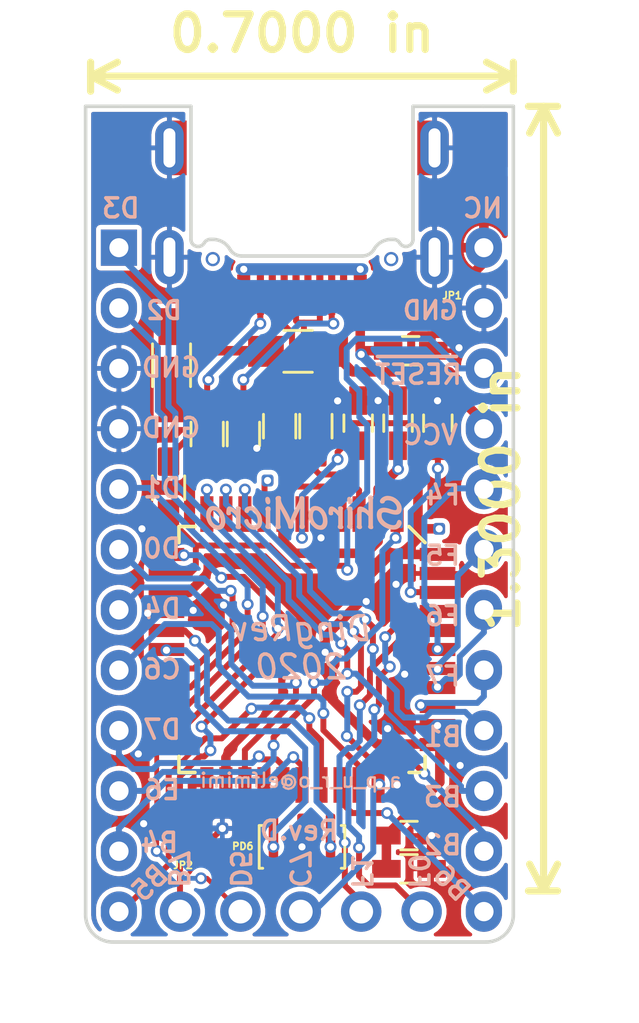
<source format=kicad_pcb>
(kicad_pcb (version 20171130) (host pcbnew "(5.1.6)-1")
  (layers (0 F.Cu signal) (31 B.Cu signal) (34 B.Paste user) (35 F.Paste user hide) (36 B.SilkS user) (37 F.SilkS user) (38 B.Mask user) (39 F.Mask user) (44 Edge.Cuts user))
  (net 0 "")
  (net 1 GND)
  (net 2 "Net-(J1-PadA6)")
  (net 3 "Net-(J1-PadA7)")
  (net 4 "Net-(J1-PadB5)")
  (net 5 "Net-(J1-PadA5)")
  (net 6 VCC)
  (net 7 "Net-(D1-Pad1)")
  (net 8 D+)
  (net 9 D-)
  (net 10 VBUS)
  (net 11 AREF)
  (net 12 XTAL1)
  (net 13 XTAL2)
  (net 14 PB5)
  (net 15 PB4)
  (net 16 PE6)
  (net 17 PD7)
  (net 18 PC6)
  (net 19 PD4)
  (net 20 PD0)
  (net 21 PD1)
  (net 22 PD2)
  (net 23 PD3)
  (net 24 PB6)
  (net 25 PB2)
  (net 26 PB3)
  (net 27 PB1)
  (net 28 PF7)
  (net 29 PF6)
  (net 30 PF5)
  (net 31 PF4)
  (net 32 RESET)
  (net 33 /UCAP)
  (net 34 PB0)
  (net 35 PD5)
  (net 36 /NC)
  (net 37 /PD6)
  (net 38 PB7)
  (net 39 PC7)
  (net 40 PF1)
  (net 41 PF0)
  (module proj_local:Measurement_Point_RoundSquare-TH_Tiny (layer F.Cu) (at 22.05 46.9)
    (fp_text reference TP3 hide)
    (fp_text value TestPoint)
    (pad 1 thru_hole roundrect (at 0 0) (size 0.5 0.5) (drill 0.3) (layers *.Cu *.Mask) (net 1 GND))
  )
  (module Pin_Headers:Pin_Header_Straight_1x05_Pitch2.54mm (layer F.Cu) (at 30.43 50.4 270)
    (fp_text reference J4 hide)
    (fp_text value Conn_01x05)
    (pad 1 thru_hole circle (at 0 0 270) (size 1.7 1.7) (drill 1) (layers *.Cu *.Mask) (net 41 PF0))
    (pad 2 thru_hole oval (at 0 2.54 270) (size 1.7 1.7) (drill 1) (layers *.Cu *.Mask) (net 40 PF1))
    (pad 3 thru_hole oval (at 0 5.08 270) (size 1.7 1.7) (drill 1) (layers *.Cu *.Mask) (net 39 PC7))
    (pad 4 thru_hole oval (at 0 7.62 270) (size 1.7 1.7) (drill 1) (layers *.Cu *.Mask) (net 35 PD5))
    (pad 5 thru_hole oval (at 0 10.16 270) (size 1.7 1.7) (drill 1) (layers *.Cu *.Mask) (net 38 PB7))
  )
  (module proj_local:Measurement_Point_RoundSquare-TH_Tiny (layer F.Cu) (at 23.94946 32.258)
    (fp_text reference TP1 hide)
    (fp_text value TestPoint)
    (pad 1 thru_hole roundrect (at 0.00274 0) (size 0.5 0.5) (drill 0.3) (layers *.Cu *.Mask) (net 34 PB0))
  )
  (module proj_local:F_0805_HandSoldering (layer F.Cu) (at 25.2349 26.8224)
    (fp_text reference F1 hide)
    (fp_text value 500mA hide)
    (pad 2 smd rect (at 1.35 0) (size 1.5 1.3) (layers F.Cu F.Paste F.Mask) (net 6 VCC))
    (pad 1 smd rect (at -1.35 0) (size 1.5 1.3) (layers F.Cu F.Paste F.Mask) (net 7 "Net-(D1-Pad1)"))
  )
  (module proj_local:C_0603_HandSoldering (layer F.Cu) (at 27.7622 29.845 90)
    (fp_text reference C2 hide)
    (fp_text value 1u0)
    (pad 2 smd rect (at 0.95 0 90) (size 1.2 0.75) (layers F.Cu F.Paste F.Mask) (net 1 GND))
    (pad 1 smd rect (at -0.95 0 90) (size 1.2 0.75) (layers F.Cu F.Paste F.Mask) (net 33 /UCAP))
  )
  (module proj_local:C_0603_HandSoldering (layer F.Cu) (at 29.4386 29.845 90)
    (fp_text reference C3 hide)
    (fp_text value 0u1)
    (pad 2 smd rect (at 0.95 0 90) (size 1.2 0.75) (layers F.Cu F.Paste F.Mask) (net 1 GND))
    (pad 1 smd rect (at -0.95 0 90) (size 1.2 0.75) (layers F.Cu F.Paste F.Mask) (net 10 VBUS))
  )
  (module proj_local:C_0603_HandSoldering (layer F.Cu) (at 31.115 29.845 90)
    (fp_text reference C4 hide)
    (fp_text value 0u1)
    (pad 2 smd rect (at 0.95 0 90) (size 1.2 0.75) (layers F.Cu F.Paste F.Mask) (net 1 GND))
    (pad 1 smd rect (at -0.95 0 90) (size 1.2 0.75) (layers F.Cu F.Paste F.Mask) (net 11 AREF))
  )
  (module proj_local:C_0603_HandSoldering (layer F.Cu) (at 29.972 26.797)
    (fp_text reference C1 hide)
    (fp_text value 4u7)
    (pad 2 smd rect (at 0.95 0) (size 1.2 0.75) (layers F.Cu F.Paste F.Mask) (net 1 GND))
    (pad 1 smd rect (at -0.95 0) (size 1.2 0.75) (layers F.Cu F.Paste F.Mask) (net 10 VBUS))
  )
  (module proj_local:C_0603_HandSoldering (layer F.Cu) (at 29.9 47.2)
    (fp_text reference C6 hide)
    (fp_text value 0u1)
    (pad 2 smd rect (at 0.95 0) (size 1.2 0.75) (layers F.Cu F.Paste F.Mask) (net 1 GND))
    (pad 1 smd rect (at -0.95 0) (size 1.2 0.75) (layers F.Cu F.Paste F.Mask) (net 6 VCC))
  )
  (module proj_local:C_0603_HandSoldering (layer F.Cu) (at 29.9 48.6)
    (fp_text reference C5 hide)
    (fp_text value 0u1)
    (pad 2 smd rect (at 0.95 0) (size 1.2 0.75) (layers F.Cu F.Paste F.Mask) (net 1 GND))
    (pad 1 smd rect (at -0.95 0) (size 1.2 0.75) (layers F.Cu F.Paste F.Mask) (net 6 VCC))
  )
  (module proj_local:ShiroMicroLogo (layer B.Cu) (at 25.2222 33.7312 180)
    (fp_text reference G*** hide)
    (fp_text value LOGO hide)
  )
  (module proj_local:Measurement_Point_RoundSquare-TH_Tiny (layer F.Cu) (at 31.1658 34.5948)
    (fp_text reference TP4 hide)
    (fp_text value TestPoint)
    (pad 1 thru_hole roundrect (at 0.00274 -0.3048) (size 0.5 0.5) (drill 0.3) (layers *.Cu *.Mask) (net 6 VCC))
  )
  (module usb-type-c:Mid_Mount-USB_C_HandSoldering (layer F.Cu) (at 25.4 16.51 90)
    (fp_text reference J1 hide)
    (fp_text value USB2_C_Receptacle)
    (fp_line (start -5.6 -3.850384) (end -5.6 -3.75) (layer Edge.Cuts) (width 0.15))
    (fp_line (start -6.3 2.537566) (end -6.3 -2.537566) (layer Edge.Cuts) (width 0.15))
    (fp_line (start 0 7.62) (end 0 4.67) (layer Edge.Cuts) (width 0.15))
    (fp_line (start 0 4.67) (end -5.6 4.67) (layer Edge.Cuts) (width 0.15))
    (fp_line (start -5.6 3.850384) (end -5.6 3.75) (layer Edge.Cuts) (width 0.15))
    (fp_line (start -5.6 -4.67) (end 0 -4.67) (layer Edge.Cuts) (width 0.15))
    (fp_line (start 0 -4.67) (end 0 -7.62) (layer Edge.Cuts) (width 0.15))
    (fp_arc (start -6.43 -3.75) (end -5.6 -3.75) (angle 60) (layer Edge.Cuts) (width 0.15))
    (fp_arc (start -6.43 3.75) (end -5.6 3.75) (angle -60) (layer Edge.Cuts) (width 0.15))
    (fp_arc (start -5.6 -4.37) (end -5.6 -4.67) (angle -150) (layer Edge.Cuts) (width 0.15))
    (fp_arc (start -5.9 -3.850384) (end -5.6 -3.850384) (angle -60) (layer Edge.Cuts) (width 0.15))
    (fp_arc (start -5.73 -2.537565) (end -6.3 -2.537565) (angle 60) (layer Edge.Cuts) (width 0.15))
    (fp_arc (start -5.73 2.537565) (end -6.3 2.537565) (angle -60) (layer Edge.Cuts) (width 0.15))
    (fp_arc (start -5.9 3.850384) (end -5.6 3.850384) (angle 60) (layer Edge.Cuts) (width 0.15))
    (fp_arc (start -5.6 4.37) (end -5.6 4.67) (angle 150) (layer Edge.Cuts) (width 0.15))
    (pad S1 smd rect (at -1.75 5.2 180) (size 0.7 2.3) (layers F.Cu F.Mask) (net 1 GND))
    (pad S1 smd rect (at -1.75 -5.2 180) (size 0.7 2.3) (layers F.Cu F.Mask) (net 1 GND))
    (pad S1 thru_hole oval (at -6.35 5.575 180) (size 1.2 2.3) (drill oval 0.5 1.65) (layers *.Cu *.Mask) (net 1 GND))
    (pad S1 thru_hole oval (at -6.35 -5.575 180) (size 1.2 2.3) (drill oval 0.5 1.65) (layers *.Cu *.Mask) (net 1 GND))
    (pad S1 thru_hole oval (at -1.75 5.575 180) (size 1.2 2.3) (drill oval 0.5 1.65) (layers *.Cu *.Mask) (net 1 GND))
    (pad S1 thru_hole oval (at -1.75 -5.575 180) (size 1.2 2.3) (drill oval 0.5 1.65) (layers *.Cu *.Mask) (net 1 GND))
    (pad "" np_thru_hole circle (at -6.43 3.75 180) (size 0.6 0.6) (drill 0.4) (layers *.Cu *.Mask))
    (pad "" np_thru_hole circle (at -6.43 -3.75 180) (size 0.6 0.6) (drill 0.4) (layers *.Cu *.Mask))
    (pad A1B12 smd rect (at -7.93 3.2 180) (size 0.55 1.7) (layers F.Cu F.Paste F.Mask) (net 1 GND))
    (pad B1A12 smd rect (at -7.93 -3.2 180) (size 0.55 1.7) (layers F.Cu F.Paste F.Mask) (net 1 GND))
    (pad A4B9 smd rect (at -7.93 2.45 180) (size 0.55 1.7) (layers F.Cu F.Paste F.Mask) (net 10 VBUS))
    (pad B8 smd rect (at -7.93 1.75 180) (size 0.3 1.7) (layers F.Cu F.Paste F.Mask))
    (pad A5 smd rect (at -7.93 1.25 180) (size 0.3 1.7) (layers F.Cu F.Paste F.Mask) (net 5 "Net-(J1-PadA5)"))
    (pad B7 smd rect (at -7.93 0.75 180) (size 0.3 1.7) (layers F.Cu F.Paste F.Mask) (net 3 "Net-(J1-PadA7)"))
    (pad B4A9 smd rect (at -7.93 -2.45 180) (size 0.55 1.7) (layers F.Cu F.Paste F.Mask) (net 10 VBUS))
    (pad B5 smd rect (at -7.93 -1.75 180) (size 0.3 1.7) (layers F.Cu F.Paste F.Mask) (net 4 "Net-(J1-PadB5)"))
    (pad A8 smd rect (at -7.93 -1.25 180) (size 0.3 1.7) (layers F.Cu F.Paste F.Mask))
    (pad B6 smd rect (at -7.93 -0.75 180) (size 0.3 1.7) (layers F.Cu F.Paste F.Mask) (net 2 "Net-(J1-PadA6)"))
    (pad A7 smd rect (at -7.93 -0.25 180) (size 0.3 1.7) (layers F.Cu F.Paste F.Mask) (net 3 "Net-(J1-PadA7)"))
    (pad A6 smd rect (at -7.93 0.25 180) (size 0.3 1.7) (layers F.Cu F.Paste F.Mask) (net 2 "Net-(J1-PadA6)"))
  )
  (module proj_local:TQFP-44_10x10mm_P0.8mm (layer F.Cu) (at 25.4 39.37 270)
    (fp_text reference U1 hide)
    (fp_text value ATmega32U4-AU)
    (pad 1 smd rect (at -5.7 -4 270) (size 1.5 0.55) (layers F.Cu F.Paste F.Mask) (net 16 PE6))
    (pad 2 smd rect (at -5.7 -3.2 270) (size 1.5 0.55) (layers F.Cu F.Paste F.Mask) (net 10 VBUS))
    (pad 3 smd rect (at -5.7 -2.4 270) (size 1.5 0.55) (layers F.Cu F.Paste F.Mask) (net 9 D-))
    (pad 4 smd rect (at -5.7 -1.6 270) (size 1.5 0.55) (layers F.Cu F.Paste F.Mask) (net 8 D+))
    (pad 5 smd rect (at -5.7 -0.8 270) (size 1.5 0.55) (layers F.Cu F.Paste F.Mask) (net 1 GND))
    (pad 6 smd rect (at -5.7 0 270) (size 1.5 0.55) (layers F.Cu F.Paste F.Mask) (net 33 /UCAP))
    (pad 7 smd rect (at -5.7 0.8 270) (size 1.5 0.55) (layers F.Cu F.Paste F.Mask) (net 10 VBUS))
    (pad 8 smd rect (at -5.7 1.6 270) (size 1.5 0.55) (layers F.Cu F.Paste F.Mask) (net 34 PB0))
    (pad 9 smd rect (at -5.7 2.4 270) (size 1.5 0.55) (layers F.Cu F.Paste F.Mask) (net 27 PB1))
    (pad 10 smd rect (at -5.7 3.2 270) (size 1.5 0.55) (layers F.Cu F.Paste F.Mask) (net 25 PB2))
    (pad 11 smd rect (at -5.7 4 270) (size 1.5 0.55) (layers F.Cu F.Paste F.Mask) (net 26 PB3))
    (pad 12 smd rect (at -4 5.7) (size 1.5 0.55) (layers F.Cu F.Paste F.Mask) (net 38 PB7))
    (pad 13 smd rect (at -3.2 5.7) (size 1.5 0.55) (layers F.Cu F.Paste F.Mask) (net 32 RESET))
    (pad 14 smd rect (at -2.4 5.7) (size 1.5 0.55) (layers F.Cu F.Paste F.Mask) (net 6 VCC))
    (pad 15 smd rect (at -1.6 5.7) (size 1.5 0.55) (layers F.Cu F.Paste F.Mask) (net 1 GND))
    (pad 16 smd rect (at -0.8 5.7) (size 1.5 0.55) (layers F.Cu F.Paste F.Mask) (net 13 XTAL2))
    (pad 17 smd rect (at 0 5.7) (size 1.5 0.55) (layers F.Cu F.Paste F.Mask) (net 12 XTAL1))
    (pad 18 smd rect (at 0.8 5.7) (size 1.5 0.55) (layers F.Cu F.Paste F.Mask) (net 20 PD0))
    (pad 19 smd rect (at 1.6 5.7) (size 1.5 0.55) (layers F.Cu F.Paste F.Mask) (net 21 PD1))
    (pad 20 smd rect (at 2.4 5.7) (size 1.5 0.55) (layers F.Cu F.Paste F.Mask) (net 22 PD2))
    (pad 21 smd rect (at 3.2 5.7) (size 1.5 0.55) (layers F.Cu F.Paste F.Mask) (net 23 PD3))
    (pad 22 smd rect (at 4 5.7) (size 1.5 0.55) (layers F.Cu F.Paste F.Mask) (net 35 PD5))
    (pad 23 smd rect (at 5.7 4 270) (size 1.5 0.55) (layers F.Cu F.Paste F.Mask) (net 1 GND))
    (pad 24 smd rect (at 5.7 3.2 270) (size 1.5 0.55) (layers F.Cu F.Paste F.Mask) (net 6 VCC))
    (pad 25 smd rect (at 5.7 2.4 270) (size 1.5 0.55) (layers F.Cu F.Paste F.Mask) (net 19 PD4))
    (pad 26 smd rect (at 5.7 1.6 270) (size 1.5 0.55) (layers F.Cu F.Paste F.Mask) (net 37 /PD6))
    (pad 27 smd rect (at 5.7 0.8 270) (size 1.5 0.55) (layers F.Cu F.Paste F.Mask) (net 17 PD7))
    (pad 28 smd rect (at 5.7 0 270) (size 1.5 0.55) (layers F.Cu F.Paste F.Mask) (net 15 PB4))
    (pad 29 smd rect (at 5.7 -0.8 270) (size 1.5 0.55) (layers F.Cu F.Paste F.Mask) (net 14 PB5))
    (pad 30 smd rect (at 5.7 -1.6 270) (size 1.5 0.55) (layers F.Cu F.Paste F.Mask) (net 24 PB6))
    (pad 31 smd rect (at 5.7 -2.4 270) (size 1.5 0.55) (layers F.Cu F.Paste F.Mask) (net 18 PC6))
    (pad 32 smd rect (at 5.7 -3.2 270) (size 1.5 0.55) (layers F.Cu F.Paste F.Mask) (net 39 PC7))
    (pad 33 smd rect (at 5.7 -4 270) (size 1.5 0.55) (layers F.Cu F.Paste F.Mask) (net 1 GND))
    (pad 34 smd rect (at 4 -5.7) (size 1.5 0.55) (layers F.Cu F.Paste F.Mask) (net 6 VCC))
    (pad 35 smd rect (at 3.2 -5.7) (size 1.5 0.55) (layers F.Cu F.Paste F.Mask) (net 1 GND))
    (pad 36 smd rect (at 2.4 -5.7) (size 1.5 0.55) (layers F.Cu F.Paste F.Mask) (net 28 PF7))
    (pad 37 smd rect (at 1.6 -5.7) (size 1.5 0.55) (layers F.Cu F.Paste F.Mask) (net 29 PF6))
    (pad 38 smd rect (at 0.8 -5.7) (size 1.5 0.55) (layers F.Cu F.Paste F.Mask) (net 30 PF5))
    (pad 39 smd rect (at 0 -5.7) (size 1.5 0.55) (layers F.Cu F.Paste F.Mask) (net 31 PF4))
    (pad 40 smd rect (at -0.8 -5.7) (size 1.5 0.55) (layers F.Cu F.Paste F.Mask) (net 40 PF1))
    (pad 41 smd rect (at -1.6 -5.7) (size 1.5 0.55) (layers F.Cu F.Paste F.Mask) (net 41 PF0))
    (pad 42 smd rect (at -2.4 -5.7) (size 1.5 0.55) (layers F.Cu F.Paste F.Mask) (net 11 AREF))
    (pad 43 smd rect (at -3.2 -5.7) (size 1.5 0.55) (layers F.Cu F.Paste F.Mask) (net 1 GND))
    (pad 44 smd rect (at -4 -5.7) (size 1.5 0.55) (layers F.Cu F.Paste F.Mask) (net 6 VCC))
  )
  (module proj_local:D_TUMD2_HandSoldering (layer F.Cu) (at 19.9136 27.4066 90)
    (fp_text reference D1 hide)
    (fp_text value 1A)
    (pad 1 smd rect (at -1.025 0 270) (size 2.75 1.1) (layers F.Cu F.Paste F.Mask) (net 7 "Net-(D1-Pad1)"))
    (pad 2 smd rect (at 1.625 0 270) (size 1.55 1.1) (layers F.Cu F.Paste F.Mask) (net 10 VBUS))
  )
  (module proj_local:R_0603_HandSoldering (layer F.Cu) (at 22.9362 30.3022 90)
    (fp_text reference R2 hide)
    (fp_text value 5.1k)
    (pad 1 smd roundrect (at -1.1 0 90) (size 1.2 0.9) (layers F.Cu F.Paste F.Mask) (roundrect_rratio 0.1) (net 1 GND))
    (pad 2 smd roundrect (at 1.1 0 90) (size 1.2 0.9) (layers F.Cu F.Paste F.Mask) (roundrect_rratio 0.1) (net 5 "Net-(J1-PadA5)"))
  )
  (module proj_local:R_0603_HandSoldering (layer F.Cu) (at 19.7866 32.5628 270)
    (fp_text reference R5 hide)
    (fp_text value 10k)
    (pad 1 smd roundrect (at -1.1 0 270) (size 1.2 0.9) (layers F.Cu F.Paste F.Mask) (roundrect_rratio 0.1) (net 6 VCC))
    (pad 2 smd roundrect (at 1.1 0 270) (size 1.2 0.9) (layers F.Cu F.Paste F.Mask) (roundrect_rratio 0.1) (net 32 RESET))
  )
  (module proj_local:R_0603_HandSoldering (layer F.Cu) (at 25.9842 29.972 90)
    (fp_text reference R4 hide)
    (fp_text value 22)
    (pad 1 smd roundrect (at -1.1 0 90) (size 1.2 0.9) (layers F.Cu F.Paste F.Mask) (roundrect_rratio 0.1) (net 9 D-))
    (pad 2 smd roundrect (at 1.1 0 90) (size 1.2 0.9) (layers F.Cu F.Paste F.Mask) (roundrect_rratio 0.1) (net 3 "Net-(J1-PadA7)"))
  )
  (module proj_local:R_0603_HandSoldering (layer F.Cu) (at 24.4602 29.972 90)
    (fp_text reference R3 hide)
    (fp_text value 22)
    (pad 1 smd roundrect (at -1.1 0 90) (size 1.2 0.9) (layers F.Cu F.Paste F.Mask) (roundrect_rratio 0.1) (net 8 D+))
    (pad 2 smd roundrect (at 1.1 0 90) (size 1.2 0.9) (layers F.Cu F.Paste F.Mask) (roundrect_rratio 0.1) (net 2 "Net-(J1-PadA6)"))
  )
  (module proj_local:R_0603_HandSoldering (layer F.Cu) (at 21.4122 30.3022 90)
    (fp_text reference R1 hide)
    (fp_text value 5.1k)
    (pad 1 smd roundrect (at -1.1 0 90) (size 1.2 0.9) (layers F.Cu F.Paste F.Mask) (roundrect_rratio 0.1) (net 1 GND))
    (pad 2 smd roundrect (at 1.1 0 90) (size 1.2 0.9) (layers F.Cu F.Paste F.Mask) (roundrect_rratio 0.1) (net 4 "Net-(J1-PadB5)"))
  )
  (module proj_local:Resonator_SMD_muRata_CSTxExxV-3Pin_3.0x1.1mm_HandSoldering_Compact (layer F.Cu) (at 25.4 47.6758)
    (fp_text reference X1 hide)
    (fp_text value Resonator)
    (pad 3 smd roundrect (at 1.2 0) (size 0.4 2.8) (layers F.Cu F.Paste F.Mask) (net 13 XTAL2))
    (pad 2 smd roundrect (at 0 0) (size 0.4 2.8) (layers F.Cu F.Paste F.Mask) (net 1 GND))
    (pad 1 smd roundrect (at -1.2 0) (size 0.4 2.8) (layers F.Cu F.Paste F.Mask) (net 12 XTAL1))
  )
  (module proj_local:SolderJumper-2_P1.0mm_Open_RoundedPad0.7x1.0mm (layer F.Cu) (at 22 48.15)
    (fp_text reference JP2 (at -1.6 0.3) (layer F.SilkS) (effects (font (size 0.3 0.3) (thickness 0.075))))
    (fp_text value SolderJumper_2_Open hide)
    (pad 2 smd custom (at 0.45 0) (size 0.6 0.6) (layers F.Cu F.Mask) (net 37 /PD6) (options (clearance outline) (anchor rect)) (primitives (gr_poly (pts (xy 0 -0.1) (xy 0.4 -0.1) (xy 0.4 0.1) (xy 0 0.1)) (width 0)) (gr_poly (pts (xy -0.3 -0.5) (xy 0 -0.5) (xy 0 0.5) (xy -0.3 0.5)) (width 0)) (gr_arc (start 0 -0.1) (end 0.2 -0.1) (angle -90) (width 0.4)) (gr_arc (start 0 0.1) (end 0.2 0.1) (angle 90) (width 0.4))))
    (pad 1 smd custom (at -0.45 0) (size 0.6 0.6) (layers F.Cu F.Mask) (net 1 GND) (options (clearance convexhull) (anchor rect)) (primitives (gr_arc (start 0 -0.1) (end -0.2 -0.1) (angle 90) (width 0.4)) (gr_arc (start 0 0.1) (end -0.2 0.1) (angle -90) (width 0.4)) (gr_poly (pts (xy -0.4 -0.1) (xy 0 -0.1) (xy 0 0.1) (xy -0.4 0.1)) (width 0)) (gr_poly (pts (xy 0 -0.5) (xy 0.3 -0.5) (xy 0.3 0.5) (xy 0 0.5)) (width 0))))
  )
  (module proj_local:SolderJumper-2_P1.0mm_Open_RoundedPad0.7x1.0mm (layer F.Cu) (at 30.411 25.273)
    (fp_text reference JP1 (at 1.3 -0.8) (layer F.SilkS) (effects (font (size 0.3 0.3) (thickness 0.075))))
    (fp_text value SolderJumper_2_Open hide)
    (pad 2 smd custom (at 0.45 0) (size 0.6 0.6) (layers F.Cu F.Mask) (net 36 /NC) (options (clearance outline) (anchor rect)) (primitives (gr_poly (pts (xy 0 -0.1) (xy 0.4 -0.1) (xy 0.4 0.1) (xy 0 0.1)) (width 0)) (gr_poly (pts (xy -0.3 -0.5) (xy 0 -0.5) (xy 0 0.5) (xy -0.3 0.5)) (width 0)) (gr_arc (start 0 -0.1) (end 0.2 -0.1) (angle -90) (width 0.4)) (gr_arc (start 0 0.1) (end 0.2 0.1) (angle 90) (width 0.4))))
    (pad 1 smd custom (at -0.45 0) (size 0.6 0.6) (layers F.Cu F.Mask) (net 10 VBUS) (options (clearance outline) (anchor rect)) (primitives (gr_arc (start 0 -0.1) (end -0.2 -0.1) (angle 90) (width 0.4)) (gr_arc (start 0 0.1) (end -0.2 0.1) (angle -90) (width 0.4)) (gr_poly (pts (xy -0.4 -0.1) (xy 0 -0.1) (xy 0 0.1) (xy -0.4 0.1)) (width 0)) (gr_poly (pts (xy 0 -0.5) (xy 0.3 -0.5) (xy 0.3 0.5) (xy 0 0.5)) (width 0))))
  )
  (module proj_local:Pin_Header_Custom_Straight_1x12_Pitch2.54mm (layer F.Cu) (at 33.05 22.46)
    (fp_text reference J3 hide)
    (fp_text value Conn_01x12)
    (pad 12 thru_hole oval (at 0 27.94) (size 1.524 1.7) (drill 0.8128) (layers *.Cu *.Mask) (net 24 PB6))
    (pad 11 thru_hole oval (at 0 25.4) (size 1.524 1.7) (drill 0.8128) (layers *.Cu *.Mask) (net 25 PB2))
    (pad 10 thru_hole oval (at 0 22.86) (size 1.524 1.7) (drill 0.8128) (layers *.Cu *.Mask) (net 26 PB3))
    (pad 9 thru_hole oval (at 0 20.32) (size 1.524 1.7) (drill 0.8128) (layers *.Cu *.Mask) (net 27 PB1))
    (pad 8 thru_hole oval (at 0 17.78) (size 1.524 1.7) (drill 0.8128) (layers *.Cu *.Mask) (net 28 PF7))
    (pad 7 thru_hole oval (at 0 15.24) (size 1.524 1.7) (drill 0.8128) (layers *.Cu *.Mask) (net 29 PF6))
    (pad 6 thru_hole oval (at 0 12.7) (size 1.524 1.7) (drill 0.8128) (layers *.Cu *.Mask) (net 30 PF5))
    (pad 5 thru_hole oval (at 0 10.16) (size 1.524 1.7) (drill 0.8128) (layers *.Cu *.Mask) (net 31 PF4))
    (pad 4 thru_hole oval (at 0 7.62) (size 1.524 1.7) (drill 0.8128) (layers *.Cu *.Mask) (net 6 VCC))
    (pad 3 thru_hole oval (at 0 5.08) (size 1.524 1.7) (drill 0.8128) (layers *.Cu *.Mask) (net 32 RESET))
    (pad 2 thru_hole oval (at 0 2.54) (size 1.524 1.7) (drill 0.8128) (layers *.Cu *.Mask) (net 1 GND))
    (pad 1 thru_hole oval (at 0 0) (size 1.524 1.7) (drill 0.8) (layers *.Cu *.Mask) (net 36 /NC))
  )
  (module proj_local:Pin_Header_Custom_Straight_1x12_Pitch2.54mm (layer F.Cu) (at 17.7 22.46)
    (fp_text reference J2 hide)
    (fp_text value Conn_01x12)
    (pad 12 thru_hole oval (at 0 27.94) (size 1.524 1.7) (drill 0.8128) (layers *.Cu *.Mask) (net 14 PB5))
    (pad 11 thru_hole oval (at 0 25.4) (size 1.524 1.7) (drill 0.8128) (layers *.Cu *.Mask) (net 15 PB4))
    (pad 10 thru_hole oval (at 0 22.86) (size 1.524 1.7) (drill 0.8128) (layers *.Cu *.Mask) (net 16 PE6))
    (pad 9 thru_hole oval (at 0 20.32) (size 1.524 1.7) (drill 0.8128) (layers *.Cu *.Mask) (net 17 PD7))
    (pad 8 thru_hole oval (at 0 17.78) (size 1.524 1.7) (drill 0.8128) (layers *.Cu *.Mask) (net 18 PC6))
    (pad 7 thru_hole oval (at 0 15.24) (size 1.524 1.7) (drill 0.8128) (layers *.Cu *.Mask) (net 19 PD4))
    (pad 6 thru_hole oval (at 0 12.7) (size 1.524 1.7) (drill 0.8128) (layers *.Cu *.Mask) (net 20 PD0))
    (pad 5 thru_hole oval (at 0 10.16) (size 1.524 1.7) (drill 0.8128) (layers *.Cu *.Mask) (net 21 PD1))
    (pad 4 thru_hole oval (at 0 7.62) (size 1.524 1.7) (drill 0.8128) (layers *.Cu *.Mask) (net 1 GND))
    (pad 3 thru_hole oval (at 0 5.08) (size 1.524 1.7) (drill 0.8128) (layers *.Cu *.Mask) (net 1 GND))
    (pad 2 thru_hole oval (at 0 2.54) (size 1.524 1.7) (drill 0.8128) (layers *.Cu *.Mask) (net 22 PD2))
    (pad 1 thru_hole rect (at 0 0) (size 1.524 1.524) (drill 0.8) (layers *.Cu *.Mask) (net 23 PD3))
  )
  (gr_text "DingRev\n2020" (at 25.4 39.3) (layer B.SilkS) (effects (font (size 1 1) (thickness 0.15) italic) (justify mirror)))
  (gr_text B7 (at 20.2 48.6 270) (layer B.SilkS) (effects (font (size 0.8 0.8)) (justify mirror)))
  (gr_text F1 (at 27.9 48.7 270) (layer B.SilkS) (effects (font (size 0.8 0.8)) (justify mirror)))
  (gr_text D5 (at 22.8 48.6 270) (layer B.SilkS) (effects (font (size 0.8 0.8)) (justify mirror)))
  (gr_text C7 (at 25.3 48.6 270) (layer B.SilkS) (effects (font (size 0.8 0.8)) (justify mirror)))
  (gr_text F0 (at 30.3 48.7 270) (layer B.SilkS) (effects (font (size 0.8 0.8)) (justify mirror)))
  (gr_line (start 16.29918 16.51) (end 17.78 16.51) (layer Edge.Cuts) (width 0.15))
  (gr_arc (start 17.442402 50.536981) (end 17.442402 51.679981) (angle 91.85407159) (layer Edge.Cuts) (width 0.15))
  (dimension 33.02 (width 0.3) (layer F.SilkS) (gr_text "33.020 mm" (at 37.66 33.02 270) (layer F.SilkS) (effects (font (size 1.5 1.5) (thickness 0.3)))) (feature1 (pts (xy 34.925 49.53) (xy 36.146421 49.53))) (feature2 (pts (xy 34.925 16.51) (xy 36.146421 16.51))) (crossbar (pts (xy 35.56 16.51) (xy 35.56 49.53))) (arrow1a (pts (xy 35.56 49.53) (xy 34.973579 48.403496))) (arrow1b (pts (xy 35.56 49.53) (xy 36.146421 48.403496))) (arrow2a (pts (xy 35.56 16.51) (xy 34.973579 17.636504))) (arrow2b (pts (xy 35.56 16.51) (xy 36.146421 17.636504))))
  (dimension 17.78 (width 0.3) (layer F.SilkS) (gr_text "17.780 mm" (at 25.4 13.14) (layer F.SilkS) (effects (font (size 1.5 1.5) (thickness 0.3)))) (feature1 (pts (xy 34.29 15.875) (xy 34.29 14.653579))) (feature2 (pts (xy 16.51 15.875) (xy 16.51 14.653579))) (crossbar (pts (xy 16.51 15.24) (xy 34.29 15.24))) (arrow1a (pts (xy 34.29 15.24) (xy 33.163496 15.826421))) (arrow1b (pts (xy 34.29 15.24) (xy 33.163496 14.653579))) (arrow2a (pts (xy 16.51 15.24) (xy 17.636504 15.826421))) (arrow2b (pts (xy 16.51 15.24) (xy 17.636504 14.653579))))
  (gr_text PD6 (at 22.9108 47.6504) (layer F.SilkS) (effects (font (size 0.3 0.3) (thickness 0.075))))
  (gr_text a_p_u_r_o@elfmimi (at 25.35936 44.87672) (layer B.SilkS) (effects (font (size 0.6 0.6) (thickness 0.1)) (justify mirror)))
  (gr_text Rev.D (at 25.273 46.99) (layer B.SilkS) (effects (font (size 0.8 0.8)) (justify mirror)))
  (gr_text D2 (at 19.6 25.1) (layer B.SilkS) (effects (font (size 0.75 0.75)) (justify mirror)))
  (gr_text D3 (at 17.78 20.8) (layer B.SilkS) (effects (font (size 0.8 0.8)) (justify mirror)))
  (gr_text GND (at 19.893 27.5) (layer B.SilkS) (effects (font (size 0.8 0.8)) (justify mirror)))
  (gr_text GND (at 19.893 30.04) (layer B.SilkS) (effects (font (size 0.8 0.8)) (justify mirror)))
  (gr_text D1 (at 19.512 32.58) (layer B.SilkS) (effects (font (size 0.8 0.8)) (justify mirror)))
  (gr_text D0 (at 19.512 35.12) (layer B.SilkS) (effects (font (size 0.8 0.8)) (justify mirror)))
  (gr_text D4 (at 19.512 37.66) (layer B.SilkS) (effects (font (size 0.8 0.8)) (justify mirror)))
  (gr_text C6 (at 19.512 40.2) (layer B.SilkS) (effects (font (size 0.8 0.8)) (justify mirror)))
  (gr_text D7 (at 19.512 42.74) (layer B.SilkS) (effects (font (size 0.8 0.8)) (justify mirror)))
  (gr_text E6 (at 19.512 45.28) (layer B.SilkS) (effects (font (size 0.8 0.8)) (justify mirror)))
  (gr_text B4 (at 19.4 47.5) (layer B.SilkS) (effects (font (size 0.8 0.8)) (justify mirror)))
  (gr_text B5 (at 19 49.2 45) (layer B.SilkS) (effects (font (size 0.8 0.8)) (justify mirror)))
  (gr_text GND (at 30.8 25.1) (layer B.SilkS) (effects (font (size 0.75 0.75)) (justify mirror)))
  (gr_text NC (at 33 20.8) (layer B.SilkS) (effects (font (size 0.8 0.8)) (justify mirror)))
  (gr_text B6 (at 31.7 49.2 -45) (layer B.SilkS) (effects (font (size 0.8 0.8)) (justify mirror)))
  (gr_text B2 (at 31.315 47.6) (layer B.SilkS) (effects (font (size 0.8 0.8)) (justify mirror)))
  (gr_text B3 (at 31.315 45.58) (layer B.SilkS) (effects (font (size 0.8 0.8)) (justify mirror)))
  (gr_text B1 (at 31.315 43.04) (layer B.SilkS) (effects (font (size 0.8 0.8)) (justify mirror)))
  (gr_text F7 (at 31.315 40.5) (layer B.SilkS) (effects (font (size 0.8 0.8)) (justify mirror)))
  (gr_text F6 (at 31.315 37.96) (layer B.SilkS) (effects (font (size 0.8 0.8)) (justify mirror)))
  (gr_text F5 (at 31.315 35.42) (layer B.SilkS) (effects (font (size 0.8 0.8)) (justify mirror)))
  (gr_text F4 (at 31.315 32.88) (layer B.SilkS) (effects (font (size 0.8 0.8)) (justify mirror)))
  (gr_text VCC (at 30.807 30.34) (layer B.SilkS) (effects (font (size 0.8 0.8)) (justify mirror)))
  (gr_line (start 31.8992 27.038) (end 28.5718 27.038) (layer B.SilkS) (width 0.15))
  (gr_text RESET (at 30.299 27.8) (layer B.SilkS) (effects (font (size 0.8 0.8)) (justify mirror)))
  (gr_arc (start 33.147 50.537) (end 34.29 50.537) (angle 90) (layer Edge.Cuts) (width 0.15))
  (gr_line (start 33.02 16.51) (end 34.29 16.51) (layer Edge.Cuts) (width 0.15))
  (gr_line (start 16.29918 16.51) (end 16.3 50.5) (layer Edge.Cuts) (width 0.15))
  (gr_line (start 33.147 51.68) (end 17.442402 51.679981) (layer Edge.Cuts) (width 0.15))
  (gr_line (start 34.29 16.51) (end 34.29 50.537) (layer Edge.Cuts) (width 0.15))
  (via (at 25.4 47.6758) (size 0.5) (drill 0.3) (layers F.Cu B.Cu) (net 1))
  (via (at 26.2 34.671) (size 0.5) (drill 0.3) (layers F.Cu B.Cu) (net 1))
  (via (at 32.004 26.67) (size 0.5) (drill 0.3) (layers F.Cu B.Cu) (net 1))
  (via (at 26.8986 28.9052) (size 0.5) (drill 0.3) (layers F.Cu B.Cu) (net 1))
  (segment (start 20.777 37.77) (end 20.8235 37.7235) (width 0.4) (layer F.Cu) (net 1))
  (segment (start 19.7 37.77) (end 20.777 37.77) (width 0.4) (layer F.Cu) (net 1))
  (segment (start 26.2 33.67) (end 26.2 34.671) (width 0.4) (layer F.Cu) (net 1))
  (via (at 28.6004 28.895) (size 0.5) (drill 0.3) (layers F.Cu B.Cu) (net 1))
  (segment (start 21.138 24.44) (end 21.082 24.384) (width 0.4) (layer F.Cu) (net 1))
  (segment (start 22.2 24.44) (end 21.138 24.44) (width 0.4) (layer F.Cu) (net 1))
  (segment (start 28.6 24.44) (end 29.3676 24.44) (width 0.4) (layer F.Cu) (net 1))
  (segment (start 20.6072 31.4022) (end 20.5994 31.3944) (width 0.25) (layer F.Cu) (net 1))
  (segment (start 22.8522 31.4022) (end 20.6072 31.4022) (width 0.25) (layer F.Cu) (net 1))
  (segment (start 29.337 28.895) (end 26.9088 28.895) (width 0.4) (layer F.Cu) (net 1))
  (via (at 31.1 28.9) (size 0.5) (drill 0.3) (layers F.Cu B.Cu) (net 1))
  (segment (start 30.85 46.85) (end 30.85 46.52) (width 0.4) (layer B.Cu) (net 1))
  (segment (start 30.85 46.52) (end 29.4 45.07) (width 0.4) (layer B.Cu) (net 1))
  (segment (start 31.797029 44.502971) (end 32.05 44.25) (width 0.4) (layer F.Cu) (net 1))
  (via (at 32.05 44.25) (size 0.5) (drill 0.3) (layers F.Cu B.Cu) (net 1))
  (segment (start 31.797029 45.902971) (end 31.797029 44.502971) (width 0.4) (layer F.Cu) (net 1))
  (via (at 31.1 42.57) (size 0.5) (drill 0.3) (layers F.Cu B.Cu) (net 1))
  (segment (start 32.05 44.25) (end 32.05 43.52) (width 0.4) (layer B.Cu) (net 1))
  (segment (start 32.05 43.52) (end 31.1 42.57) (width 0.4) (layer B.Cu) (net 1))
  (via (at 30.85 47.2) (size 0.5) (drill 0.3) (layers F.Cu B.Cu) (net 1))
  (segment (start 30.85 48.6) (end 30.85 47.2) (width 0.4) (layer F.Cu) (net 1))
  (segment (start 30.85 46.85) (end 31.797029 45.902971) (width 0.4) (layer F.Cu) (net 1))
  (segment (start 30.85 47.2) (end 30.85 46.85) (width 0.4) (layer F.Cu) (net 1))
  (via (at 29.71699 40.4086) (size 0.5) (drill 0.3) (layers F.Cu B.Cu) (net 1))
  (segment (start 29.71699 38.11699) (end 29.71699 40.4086) (width 0.25) (layer B.Cu) (net 1))
  (via (at 29.355219 36.625966) (size 0.5) (drill 0.3) (layers F.Cu B.Cu) (net 1))
  (segment (start 29.71699 38.11699) (end 29.355219 37.755219) (width 0.25) (layer B.Cu) (net 1))
  (segment (start 29.355219 37.755219) (end 29.355219 36.625966) (width 0.25) (layer B.Cu) (net 1))
  (segment (start 29.355219 36.625966) (end 29.73 36.251185) (width 0.25) (layer F.Cu) (net 1))
  (segment (start 29.811185 36.17) (end 29.73 36.251185) (width 0.25) (layer F.Cu) (net 1))
  (segment (start 29.355219 36.625966) (end 28.86892 36.625966) (width 0.25) (layer F.Cu) (net 1))
  (segment (start 21.55 47.4) (end 22.05 46.9) (width 0.25) (layer F.Cu) (net 1))
  (segment (start 21.55 48.15) (end 21.55 47.4) (width 0.25) (layer F.Cu) (net 1))
  (segment (start 25.4 47.6758) (end 25.4 48.476858) (width 0.25) (layer F.Cu) (net 1))
  (segment (start 24.476048 49.40081) (end 23.85081 49.40081) (width 0.25) (layer F.Cu) (net 1))
  (segment (start 25.4 48.476858) (end 24.476048 49.40081) (width 0.25) (layer F.Cu) (net 1))
  (segment (start 23.85081 49.40081) (end 23.35 48.9) (width 0.25) (layer F.Cu) (net 1))
  (via (at 28.10023 37.349594) (size 0.5) (drill 0.3) (layers F.Cu B.Cu) (net 1))
  (segment (start 28.86892 36.625966) (end 28.823858 36.625966) (width 0.25) (layer F.Cu) (net 1))
  (segment (start 28.823858 36.625966) (end 28.10023 37.349594) (width 0.25) (layer F.Cu) (net 1))
  (via (at 18.669 34.29) (size 0.5) (drill 0.3) (layers F.Cu B.Cu) (net 1))
  (via (at 23.5 30.9) (size 0.5) (drill 0.3) (layers F.Cu B.Cu) (net 1))
  (segment (start 22.9362 31.4022) (end 22.9978 31.4022) (width 0.2) (layer F.Cu) (net 1))
  (segment (start 22.9978 31.4022) (end 23.5 30.9) (width 0.2) (layer F.Cu) (net 1))
  (via (at 26.374568 39.487259) (size 0.5) (drill 0.3) (layers F.Cu B.Cu) (net 1))
  (segment (start 27.855404 37.349594) (end 28.10023 37.349594) (width 0.4) (layer F.Cu) (net 1))
  (segment (start 26.374568 38.83043) (end 27.855404 37.349594) (width 0.4) (layer F.Cu) (net 1))
  (segment (start 26.374568 39.487259) (end 26.374568 38.83043) (width 0.4) (layer F.Cu) (net 1))
  (segment (start 21.59 36.957) (end 21.59 36.957) (width 0.4) (layer F.Cu) (net 1))
  (via (at 22.1 37.5) (size 0.5) (drill 0.3) (layers F.Cu B.Cu) (net 1))
  (via (at 29.4 45.07) (size 0.5) (drill 0.3) (layers F.Cu B.Cu) (net 1))
  (via (at 18.741 46.7) (size 0.5) (drill 0.3) (layers F.Cu B.Cu) (net 1))
  (segment (start 22.05 46.9) (end 18.941 46.9) (width 0.25) (layer B.Cu) (net 1))
  (segment (start 18.941 46.9) (end 18.741 46.7) (width 0.25) (layer B.Cu) (net 1))
  (segment (start 18.78701 46.65399) (end 18.78701 44.48701) (width 0.25) (layer F.Cu) (net 1))
  (segment (start 18.741 46.7) (end 18.78701 46.65399) (width 0.25) (layer F.Cu) (net 1))
  (segment (start 18.78701 44.48701) (end 18.78701 44.035071) (width 0.25) (layer F.Cu) (net 1))
  (segment (start 18.78701 44.035071) (end 18.516048 43.764109) (width 0.25) (layer F.Cu) (net 1))
  (segment (start 20.8235 37.7235) (end 21.59 36.957) (width 0.4) (layer F.Cu) (net 1))
  (via (at 20.8235 37.7235) (size 0.5) (drill 0.3) (layers F.Cu B.Cu) (net 1))
  (via (at 29 42.7) (size 0.5) (drill 0.3) (layers F.Cu B.Cu) (net 1))
  (via (at 18.516048 43.764109) (size 0.5) (drill 0.3) (layers F.Cu B.Cu) (net 1))
  (via (at 18.910577 37.846729) (size 0.5) (drill 0.3) (layers F.Cu B.Cu) (net 1))
  (segment (start 19.7 37.77) (end 18.987306 37.77) (width 0.2) (layer F.Cu) (net 1))
  (segment (start 18.987306 37.77) (end 18.910577 37.846729) (width 0.2) (layer F.Cu) (net 1))
  (segment (start 25.65 23.34) (end 25.65 24.44) (width 0.25) (layer F.Cu) (net 2))
  (segment (start 25.574999 23.264999) (end 25.65 23.34) (width 0.25) (layer F.Cu) (net 2))
  (segment (start 24.725001 23.264999) (end 25.574999 23.264999) (width 0.25) (layer F.Cu) (net 2))
  (segment (start 24.65 24.44) (end 24.65 23.34) (width 0.25) (layer F.Cu) (net 2))
  (segment (start 24.65 23.34) (end 24.725001 23.264999) (width 0.25) (layer F.Cu) (net 2))
  (segment (start 24.65 25.7168) (end 24.9682 26.035) (width 0.25) (layer F.Cu) (net 2))
  (segment (start 24.65 24.44) (end 24.65 25.7168) (width 0.25) (layer F.Cu) (net 2))
  (segment (start 24.9809 27.5971) (end 24.9809 26.0477) (width 0.25) (layer F.Cu) (net 2))
  (segment (start 24.4602 28.8544) (end 24.4602 28.1178) (width 0.25) (layer F.Cu) (net 2))
  (segment (start 24.4602 28.1178) (end 24.9809 27.5971) (width 0.25) (layer F.Cu) (net 2))
  (segment (start 26.075 25.615) (end 25.225 25.615) (width 0.25) (layer F.Cu) (net 3))
  (segment (start 26.15 25.54) (end 26.075 25.615) (width 0.25) (layer F.Cu) (net 3))
  (segment (start 26.15 24.44) (end 26.15 25.54) (width 0.25) (layer F.Cu) (net 3))
  (segment (start 25.15 24.44) (end 25.15 25.54) (width 0.25) (layer F.Cu) (net 3))
  (segment (start 25.225 25.615) (end 25.15 25.54) (width 0.25) (layer F.Cu) (net 3))
  (segment (start 25.4802 27.6036) (end 25.4802 25.615001) (width 0.25) (layer F.Cu) (net 3))
  (segment (start 25.9842 28.8798) (end 25.9842 28.1076) (width 0.25) (layer F.Cu) (net 3))
  (segment (start 25.9842 28.1076) (end 25.4802 27.6036) (width 0.25) (layer F.Cu) (net 3))
  (via (at 23.6474 25.654) (size 0.5) (drill 0.3) (layers F.Cu B.Cu) (net 4))
  (segment (start 21.4122 29.2022) (end 21.4122 28.0162) (width 0.25) (layer F.Cu) (net 4))
  (via (at 21.463 28.0162) (size 0.5) (drill 0.3) (layers F.Cu B.Cu) (net 4))
  (segment (start 21.463 27.8384) (end 23.6474 25.654) (width 0.25) (layer B.Cu) (net 4))
  (segment (start 21.463 28.0162) (end 21.463 27.8384) (width 0.25) (layer B.Cu) (net 4))
  (segment (start 23.65 24.44) (end 23.65 25.6514) (width 0.25) (layer F.Cu) (net 4))
  (via (at 26.7208 25.654) (size 0.5) (drill 0.3) (layers F.Cu B.Cu) (net 5))
  (via (at 22.9362 28.0162) (size 0.5) (drill 0.3) (layers F.Cu B.Cu) (net 5))
  (segment (start 22.9362 29.21) (end 22.9362 28.0162) (width 0.25) (layer F.Cu) (net 5))
  (segment (start 26.65 25.5832) (end 26.7208 25.654) (width 0.25) (layer F.Cu) (net 5))
  (segment (start 26.65 24.44) (end 26.65 25.5832) (width 0.25) (layer F.Cu) (net 5))
  (segment (start 25.2984 25.654) (end 26.7208 25.654) (width 0.25) (layer B.Cu) (net 5))
  (segment (start 22.9362 28.0162) (end 25.2984 25.654) (width 0.25) (layer B.Cu) (net 5))
  (segment (start 30.48 35.37) (end 31.1 35.37) (width 0.4) (layer F.Cu) (net 6))
  (segment (start 29.4 35.37) (end 30.48 35.37) (width 0.4) (layer F.Cu) (net 6))
  (segment (start 30.2768 29.845) (end 30.2768 27.686) (width 0.4) (layer F.Cu) (net 6))
  (segment (start 27.5336 27.686) (end 26.67 26.8224) (width 0.4) (layer F.Cu) (net 6))
  (segment (start 30.2768 29.845) (end 30.2768 34.29) (width 0.4) (layer F.Cu) (net 6))
  (segment (start 31.16854 34.29) (end 30.2768 34.29) (width 0.4) (layer F.Cu) (net 6))
  (segment (start 30.2768 34.693202) (end 30.2768 34.29) (width 0.4) (layer F.Cu) (net 6))
  (segment (start 29.649001 35.321001) (end 30.2768 34.693202) (width 0.4) (layer F.Cu) (net 6))
  (segment (start 27.5336 27.686) (end 30.2768 27.686) (width 0.4) (layer F.Cu) (net 6))
  (segment (start 19.7866 31.2874) (end 19.7866 31.4198) (width 0.25) (layer F.Cu) (net 6))
  (segment (start 27.0002 29.845) (end 26.8732 29.972) (width 0.25) (layer F.Cu) (net 6))
  (segment (start 30.226 29.845) (end 27.0002 29.845) (width 0.25) (layer F.Cu) (net 6))
  (segment (start 23.8506 29.972) (end 23.513199 30.309401) (width 0.25) (layer F.Cu) (net 6))
  (segment (start 26.8732 29.972) (end 23.8506 29.972) (width 0.25) (layer F.Cu) (net 6))
  (segment (start 23.513199 30.309401) (end 20.764599 30.309401) (width 0.25) (layer F.Cu) (net 6))
  (segment (start 20.764599 30.309401) (end 19.7866 31.2874) (width 0.25) (layer F.Cu) (net 6))
  (segment (start 31.601002 27.686) (end 30.2768 27.686) (width 0.4) (layer F.Cu) (net 6))
  (segment (start 31.890001 28.640001) (end 31.890001 27.974999) (width 0.4) (layer F.Cu) (net 6))
  (segment (start 33.05 29.8) (end 31.890001 28.640001) (width 0.4) (layer F.Cu) (net 6))
  (segment (start 31.890001 27.974999) (end 31.601002 27.686) (width 0.4) (layer F.Cu) (net 6))
  (segment (start 33.05 30.08) (end 33.05 29.8) (width 0.4) (layer F.Cu) (net 6))
  (segment (start 31.197019 43.467019) (end 31.1 43.37) (width 0.4) (layer F.Cu) (net 6))
  (segment (start 31.197019 44.952981) (end 31.197019 43.467019) (width 0.4) (layer F.Cu) (net 6))
  (segment (start 26.654999 41.460001) (end 26.654999 41.254999) (width 0.4) (layer F.Cu) (net 6))
  (segment (start 28.95 47.2) (end 31.197019 44.952981) (width 0.4) (layer F.Cu) (net 6))
  (segment (start 28.95 47.2) (end 28.95 48.6) (width 0.4) (layer F.Cu) (net 6))
  (segment (start 20.645002 36.97) (end 21.365002 36.25) (width 0.4) (layer F.Cu) (net 6))
  (segment (start 19.7 36.97) (end 20.645002 36.97) (width 0.4) (layer F.Cu) (net 6))
  (segment (start 29.4 35.37) (end 28.898542 35.37) (width 0.4) (layer F.Cu) (net 6))
  (segment (start 22.2 45.07) (end 22.2 43.92) (width 0.4) (layer F.Cu) (net 6))
  (segment (start 22.2 43.92) (end 22.2 43.76239) (width 0.25) (layer F.Cu) (net 6))
  (segment (start 22.2 43.76239) (end 24.570999 41.391391) (width 0.25) (layer F.Cu) (net 6))
  (segment (start 24.570999 41.391391) (end 24.570999 41.043001) (width 0.25) (layer F.Cu) (net 6))
  (segment (start 24.570999 41.043001) (end 24.570999 40.7) (width 0.25) (layer F.Cu) (net 6))
  (segment (start 31.080001 43.350001) (end 31.1 43.37) (width 0.4) (layer F.Cu) (net 6))
  (segment (start 28.544999 43.350001) (end 31.080001 43.350001) (width 0.4) (layer F.Cu) (net 6))
  (segment (start 26.654999 41.460001) (end 28.544999 43.350001) (width 0.4) (layer F.Cu) (net 6))
  (segment (start 19.9644 27.7622) (end 19.939 27.7876) (width 0.4) (layer F.Cu) (net 7))
  (segment (start 20.7772 27.7622) (end 19.9644 27.7622) (width 0.4) (layer F.Cu) (net 7))
  (segment (start 23.9014 26.797) (end 21.7424 26.797) (width 0.4) (layer F.Cu) (net 7))
  (segment (start 21.7424 26.797) (end 20.7772 27.7622) (width 0.4) (layer F.Cu) (net 7))
  (segment (start 27 32.67) (end 27 33.67) (width 0.25) (layer F.Cu) (net 8))
  (segment (start 26.842 32.512) (end 27 32.67) (width 0.25) (layer F.Cu) (net 8))
  (segment (start 25.1206 32.512) (end 26.842 32.512) (width 0.25) (layer F.Cu) (net 8))
  (segment (start 24.4602 31.072) (end 24.4602 31.8516) (width 0.25) (layer F.Cu) (net 8))
  (segment (start 24.4602 31.8516) (end 25.1206 32.512) (width 0.25) (layer F.Cu) (net 8))
  (segment (start 27.8 32.67) (end 27.8 33.67) (width 0.25) (layer F.Cu) (net 9))
  (segment (start 27.134 32.004) (end 27.8 32.67) (width 0.25) (layer F.Cu) (net 9))
  (segment (start 26.1366 32.004) (end 27.134 32.004) (width 0.25) (layer F.Cu) (net 9))
  (segment (start 25.9748 31.072) (end 25.9748 31.8422) (width 0.25) (layer F.Cu) (net 9))
  (segment (start 25.9748 31.8422) (end 26.1366 32.004) (width 0.25) (layer F.Cu) (net 9))
  (via (at 27.85 23.368) (size 0.5) (drill 0.3) (layers F.Cu B.Cu) (net 10))
  (via (at 22.95 23.368) (size 0.5) (drill 0.3) (layers F.Cu B.Cu) (net 10))
  (segment (start 27.85 25.019) (end 27.85 24.14) (width 0.4) (layer F.Cu) (net 10))
  (segment (start 27.85 24.14) (end 27.85 23.368) (width 0.4) (layer F.Cu) (net 10))
  (segment (start 22.95 24.14) (end 22.95 23.368) (width 0.4) (layer F.Cu) (net 10))
  (via (at 27.8892 26.9494) (size 0.5) (drill 0.3) (layers F.Cu B.Cu) (net 10))
  (segment (start 28.6 34.82) (end 28.6 33.67) (width 0.4) (layer F.Cu) (net 10))
  (segment (start 24.6 33.67) (end 24.600001 34.820001) (width 0.4) (layer F.Cu) (net 10))
  (segment (start 28.098999 35.321001) (end 28.6 34.82) (width 0.4) (layer F.Cu) (net 10))
  (segment (start 25.101001 35.321001) (end 28.098999 35.321001) (width 0.4) (layer F.Cu) (net 10))
  (segment (start 24.600001 34.820001) (end 25.101001 35.321001) (width 0.4) (layer F.Cu) (net 10))
  (via (at 29.4386 31.7754) (size 0.5) (drill 0.3) (layers F.Cu B.Cu) (net 10))
  (segment (start 29.4386 30.8008) (end 29.4386 31.8008) (width 0.4) (layer F.Cu) (net 10))
  (segment (start 29.022 26.797) (end 27.85 26.797) (width 0.4) (layer F.Cu) (net 10))
  (segment (start 22.95 24.14) (end 22.95 25.09) (width 0.4) (layer F.Cu) (net 10))
  (segment (start 27.860601 25.690001) (end 27.85 25.6794) (width 0.4) (layer F.Cu) (net 10))
  (segment (start 27.85 26.924) (end 27.85 25.6794) (width 0.4) (layer F.Cu) (net 10))
  (segment (start 30.0228 25.3746) (end 29.707399 25.690001) (width 0.4) (layer F.Cu) (net 10))
  (segment (start 27.85 25.6794) (end 27.85 25.019) (width 0.4) (layer F.Cu) (net 10))
  (segment (start 29.707399 25.690001) (end 27.860601 25.690001) (width 0.4) (layer F.Cu) (net 10))
  (segment (start 22.95 25.389398) (end 22.95 24.44) (width 0.4) (layer F.Cu) (net 10))
  (segment (start 22.557798 25.7816) (end 22.95 25.389398) (width 0.4) (layer F.Cu) (net 10))
  (segment (start 19.939 25.7816) (end 22.557798 25.7816) (width 0.4) (layer F.Cu) (net 10))
  (segment (start 29.4386 28.5126) (end 27.85 26.924) (width 0.4) (layer B.Cu) (net 10))
  (segment (start 29.4386 31.8008) (end 29.4386 28.5126) (width 0.4) (layer B.Cu) (net 10))
  (segment (start 28.6 32.614) (end 28.6 33.67) (width 0.4) (layer F.Cu) (net 10))
  (segment (start 29.4386 31.7754) (end 28.6 32.614) (width 0.4) (layer F.Cu) (net 10))
  (via (at 31.115 31.75) (size 0.5) (drill 0.3) (layers F.Cu B.Cu) (net 11))
  (via (at 29.972 36.957) (size 0.5) (drill 0.3) (layers F.Cu B.Cu) (net 11))
  (segment (start 31.087 36.957) (end 31.1 36.97) (width 0.25) (layer F.Cu) (net 11))
  (segment (start 29.972 36.957) (end 31.087 36.957) (width 0.25) (layer F.Cu) (net 11))
  (segment (start 31.115 30.795) (end 31.115 31.75) (width 0.25) (layer F.Cu) (net 11))
  (segment (start 31.115 32.4358) (end 31.115 31.75) (width 0.25) (layer B.Cu) (net 11))
  (segment (start 29.972 36.957) (end 29.972 33.5788) (width 0.25) (layer B.Cu) (net 11))
  (segment (start 29.972 33.5788) (end 31.115 32.4358) (width 0.25) (layer B.Cu) (net 11))
  (via (at 24.2 47.6758) (size 0.5) (drill 0.3) (layers F.Cu B.Cu) (net 12))
  (via (at 19.7 39.4) (size 0.5) (drill 0.3) (layers F.Cu B.Cu) (net 12))
  (segment (start 19.7 39.37) (end 19.7 39.4) (width 0.25) (layer F.Cu) (net 12))
  (segment (start 20.5 39.4) (end 19.7 39.4) (width 0.25) (layer B.Cu) (net 12))
  (segment (start 21 41.7264) (end 21 39.9) (width 0.25) (layer B.Cu) (net 12))
  (segment (start 22.0853 42.8117) (end 21 41.7264) (width 0.25) (layer B.Cu) (net 12))
  (segment (start 24.2 47.0978) (end 25.536126 45.761674) (width 0.25) (layer B.Cu) (net 12))
  (segment (start 24.815894 42.8117) (end 22.0853 42.8117) (width 0.25) (layer B.Cu) (net 12))
  (segment (start 24.2 47.6758) (end 24.2 47.0978) (width 0.25) (layer B.Cu) (net 12))
  (segment (start 21 39.9) (end 20.5 39.4) (width 0.25) (layer B.Cu) (net 12))
  (segment (start 25.536126 45.761674) (end 25.536126 43.531932) (width 0.25) (layer B.Cu) (net 12))
  (segment (start 25.536126 43.531932) (end 24.815894 42.8117) (width 0.25) (layer B.Cu) (net 12))
  (via (at 26.6 47.6758) (size 0.5) (drill 0.3) (layers F.Cu B.Cu) (net 13))
  (segment (start 26.0096 43.368995) (end 26.0096 45.7581) (width 0.25) (layer B.Cu) (net 13))
  (segment (start 26.0096 45.7581) (end 26.6 46.3485) (width 0.25) (layer B.Cu) (net 13))
  (segment (start 26.6 47.6758) (end 26.6 46.3485) (width 0.25) (layer B.Cu) (net 13))
  (segment (start 25.002294 42.361689) (end 26.0096 43.368995) (width 0.25) (layer B.Cu) (net 13))
  (segment (start 22.297099 42.361689) (end 25.002294 42.361689) (width 0.25) (layer B.Cu) (net 13))
  (segment (start 21.403001 41.467591) (end 22.297099 42.361689) (width 0.25) (layer B.Cu) (net 13))
  (segment (start 21.403001 39.503001) (end 21.403001 41.467591) (width 0.25) (layer B.Cu) (net 13))
  (segment (start 20.9 39) (end 21.403001 39.503001) (width 0.25) (layer B.Cu) (net 13))
  (segment (start 19.7 38.57) (end 20.47 38.57) (width 0.25) (layer F.Cu) (net 13))
  (segment (start 20.47 38.57) (end 20.9 39) (width 0.25) (layer F.Cu) (net 13))
  (via (at 20.9 39) (size 0.5) (drill 0.3) (layers F.Cu B.Cu) (net 13))
  (segment (start 25.709192 42.709568) (end 25.709192 42.259945) (width 0.25) (layer F.Cu) (net 14))
  (via (at 25.709192 42.259945) (size 0.5) (drill 0.3) (layers F.Cu B.Cu) (net 14))
  (segment (start 25.709192 42.259945) (end 25.308936 41.859689) (width 0.25) (layer B.Cu) (net 14))
  (segment (start 19.793001 48.416999) (end 19.793001 44.699539) (width 0.25) (layer F.Cu) (net 14))
  (segment (start 17.75 50.46) (end 19.793001 48.416999) (width 0.25) (layer F.Cu) (net 14))
  (segment (start 19.793001 44.649537) (end 19.793001 44.699539) (width 0.2) (layer F.Cu) (net 14))
  (segment (start 19.793001 44.649537) (end 20.924549 43.517989) (width 0.2) (layer F.Cu) (net 14))
  (segment (start 25.263536 41.814289) (end 25.308936 41.859689) (width 0.25) (layer B.Cu) (net 14))
  (segment (start 26.2 43.200376) (end 25.709192 42.709568) (width 0.25) (layer F.Cu) (net 14))
  (segment (start 26.2 45.07) (end 26.2 43.200376) (width 0.25) (layer F.Cu) (net 14))
  (segment (start 25.263536 41.814289) (end 23.320008 41.814289) (width 0.25) (layer B.Cu) (net 14))
  (via (at 23.274608 41.859689) (size 0.5) (drill 0.3) (layers F.Cu B.Cu) (net 14))
  (segment (start 23.320008 41.814289) (end 23.274608 41.859689) (width 0.25) (layer B.Cu) (net 14))
  (segment (start 21.332748 43.10979) (end 20.924549 43.517989) (width 0.25) (layer F.Cu) (net 14))
  (segment (start 21.568788 43.10979) (end 21.332748 43.10979) (width 0.25) (layer F.Cu) (net 14))
  (segment (start 23.274608 41.859689) (end 22.024507 43.10979) (width 0.25) (layer F.Cu) (net 14))
  (segment (start 22.024507 43.10979) (end 21.790961 43.10979) (width 0.25) (layer F.Cu) (net 14))
  (segment (start 21.790961 43.10979) (end 21.5 43.10979) (width 0.25) (layer F.Cu) (net 14))
  (segment (start 17.7 47.86) (end 17.7 47.1) (width 0.2) (layer F.Cu) (net 15))
  (segment (start 24.949217 43.9) (end 25.034126 43.9) (width 0.2) (layer B.Cu) (net 15))
  (via (at 25.034126 43.9) (size 0.5) (drill 0.3) (layers F.Cu B.Cu) (net 15))
  (segment (start 17.7 47.86) (end 17.7 46.9) (width 0.25) (layer B.Cu) (net 15))
  (segment (start 17.7 46.9) (end 19.7 44.9) (width 0.25) (layer B.Cu) (net 15))
  (segment (start 24.984572 43.9) (end 25.034126 43.9) (width 0.25) (layer B.Cu) (net 15))
  (segment (start 23.984572 44.9) (end 24.984572 43.9) (width 0.25) (layer B.Cu) (net 15))
  (segment (start 19.7 44.9) (end 23.984572 44.9) (width 0.25) (layer B.Cu) (net 15))
  (segment (start 25.4 44.265874) (end 25.4 45.07) (width 0.25) (layer F.Cu) (net 15))
  (segment (start 25.034126 43.9) (end 25.4 44.265874) (width 0.25) (layer F.Cu) (net 15))
  (via (at 29.337 34.671) (size 0.5) (drill 0.3) (layers F.Cu B.Cu) (net 16))
  (segment (start 29.4 33.67) (end 29.4 34.671) (width 0.25) (layer F.Cu) (net 16))
  (via (at 24.2062 43.4086) (size 0.5) (drill 0.3) (layers F.Cu B.Cu) (net 16))
  (segment (start 24.152188 43.430788) (end 24.152188 43.419989) (width 0.25) (layer B.Cu) (net 16))
  (segment (start 24.2062 43.4848) (end 24.152188 43.430788) (width 0.25) (layer B.Cu) (net 16))
  (segment (start 25.908 41.3512) (end 25.908 40.767) (width 0.25) (layer F.Cu) (net 16))
  (segment (start 24.2062 43.4086) (end 24.2062 43.053) (width 0.25) (layer F.Cu) (net 16))
  (segment (start 24.2062 43.053) (end 25.908 41.3512) (width 0.25) (layer F.Cu) (net 16))
  (segment (start 26.924 39.751) (end 27.267002 39.751) (width 0.25) (layer B.Cu) (net 16))
  (segment (start 26.416 40.767) (end 26.67 40.513) (width 0.25) (layer B.Cu) (net 16))
  (segment (start 26.67 40.513) (end 26.67 40.005) (width 0.25) (layer B.Cu) (net 16))
  (segment (start 26.67 40.005) (end 26.924 39.751) (width 0.25) (layer B.Cu) (net 16))
  (segment (start 25.908 40.767) (end 26.416 40.767) (width 0.25) (layer B.Cu) (net 16))
  (via (at 25.908 40.767) (size 0.5) (drill 0.3) (layers F.Cu B.Cu) (net 16))
  (segment (start 27.267002 39.740036) (end 28.55 38.457038) (width 0.25) (layer B.Cu) (net 16))
  (segment (start 27.267002 39.751) (end 27.267002 39.740036) (width 0.25) (layer B.Cu) (net 16))
  (segment (start 28.55 38.457038) (end 28.556827 38.457038) (width 0.25) (layer B.Cu) (net 16))
  (segment (start 29.45 34.784) (end 29.337 34.671) (width 0.25) (layer B.Cu) (net 16))
  (segment (start 28.780218 38.22682) (end 28.780218 35.227782) (width 0.25) (layer B.Cu) (net 16))
  (segment (start 28.780218 35.227782) (end 29.337 34.671) (width 0.25) (layer B.Cu) (net 16))
  (segment (start 28.55 38.457038) (end 28.780218 38.22682) (width 0.25) (layer B.Cu) (net 16))
  (segment (start 18.746828 45.32) (end 19.543838 44.52299) (width 0.25) (layer B.Cu) (net 16))
  (segment (start 17.7 45.32) (end 18.746828 45.32) (width 0.25) (layer B.Cu) (net 16))
  (segment (start 24.2062 43.989972) (end 24.2062 43.4086) (width 0.25) (layer B.Cu) (net 16))
  (segment (start 23.673182 44.52299) (end 24.2062 43.989972) (width 0.25) (layer B.Cu) (net 16))
  (segment (start 19.543838 44.52299) (end 23.673182 44.52299) (width 0.25) (layer B.Cu) (net 16))
  (segment (start 23.598799 43.994999) (end 23.4696 43.8658) (width 0.25) (layer F.Cu) (net 17))
  (via (at 23.58741 43.8658) (size 0.5) (drill 0.3) (layers F.Cu B.Cu) (net 17))
  (segment (start 24.6 44.259998) (end 24.6 45.07) (width 0.25) (layer F.Cu) (net 17))
  (segment (start 24.334992 43.99499) (end 24.6 44.259998) (width 0.25) (layer F.Cu) (net 17))
  (segment (start 23.7166 43.99499) (end 24.334992 43.99499) (width 0.25) (layer F.Cu) (net 17))
  (segment (start 23.58741 43.8658) (end 23.7166 43.99499) (width 0.25) (layer F.Cu) (net 17))
  (segment (start 23.30723 44.14598) (end 23.58741 43.8658) (width 0.25) (layer B.Cu) (net 17))
  (segment (start 19.387676 44.14598) (end 23.30723 44.14598) (width 0.25) (layer B.Cu) (net 17))
  (segment (start 19.133656 44.4) (end 19.387676 44.14598) (width 0.25) (layer B.Cu) (net 17))
  (segment (start 18.300937 44.4) (end 19.133656 44.4) (width 0.25) (layer B.Cu) (net 17))
  (segment (start 17.7 43.799063) (end 18.300937 44.4) (width 0.25) (layer B.Cu) (net 17))
  (segment (start 17.7 42.78) (end 17.7 43.799063) (width 0.25) (layer B.Cu) (net 17))
  (via (at 26.3 42.05) (size 0.5) (drill 0.3) (layers F.Cu B.Cu) (net 18))
  (segment (start 17.86001 40.18999) (end 17.75 40.18999) (width 0.25) (layer B.Cu) (net 18))
  (segment (start 26.3 42.767204) (end 26.3 42.05) (width 0.25) (layer F.Cu) (net 18))
  (segment (start 27.8 45.07) (end 27.8 44.267204) (width 0.25) (layer F.Cu) (net 18))
  (segment (start 27.8 44.267204) (end 26.3 42.767204) (width 0.25) (layer F.Cu) (net 18))
  (segment (start 26.3 42.05) (end 26.3 41.55) (width 0.25) (layer B.Cu) (net 18))
  (segment (start 26.1012 41.3512) (end 23.152202 41.3512) (width 0.25) (layer B.Cu) (net 18))
  (segment (start 26.3 41.55) (end 26.1012 41.3512) (width 0.25) (layer B.Cu) (net 18))
  (segment (start 23.152202 41.3512) (end 21.980011 40.179009) (width 0.25) (layer B.Cu) (net 18))
  (segment (start 21.980011 40.179009) (end 21.980011 40.119989) (width 0.25) (layer B.Cu) (net 18))
  (segment (start 21.980011 40.119989) (end 21.9 40.039978) (width 0.25) (layer B.Cu) (net 18))
  (segment (start 17.7 40.24) (end 17.7 39.851002) (width 0.25) (layer B.Cu) (net 18))
  (segment (start 17.8 40.14) (end 17.7 40.24) (width 0.25) (layer F.Cu) (net 18))
  (segment (start 17.7 40.24) (end 17.7 40) (width 0.2) (layer B.Cu) (net 18))
  (segment (start 20.547499 38.298501) (end 20.546 38.3) (width 0.25) (layer B.Cu) (net 18))
  (segment (start 21.598501 38.298501) (end 20.547499 38.298501) (width 0.25) (layer B.Cu) (net 18))
  (segment (start 21.9 38.6) (end 21.598501 38.298501) (width 0.25) (layer B.Cu) (net 18))
  (segment (start 21.9 40.039978) (end 21.9 38.6) (width 0.25) (layer B.Cu) (net 18))
  (segment (start 19.641499 38.298501) (end 17.7 40.24) (width 0.25) (layer B.Cu) (net 18))
  (segment (start 20.547499 38.298501) (end 19.641499 38.298501) (width 0.25) (layer B.Cu) (net 18))
  (segment (start 23 45.07) (end 23.0124 45.0576) (width 0.25) (layer F.Cu) (net 19))
  (segment (start 25.146 41.120553) (end 25.146 40.767) (width 0.25) (layer F.Cu) (net 19))
  (segment (start 25.146 41.4528) (end 25.146 41.120553) (width 0.25) (layer F.Cu) (net 19))
  (segment (start 23 45.07) (end 23 43.5988) (width 0.25) (layer F.Cu) (net 19))
  (segment (start 23 43.5988) (end 25.146 41.4528) (width 0.25) (layer F.Cu) (net 19))
  (segment (start 17.96501 37.54499) (end 17.75 37.76) (width 0.25) (layer B.Cu) (net 19))
  (segment (start 25.146 40.767) (end 25.146 40.894) (width 0.25) (layer B.Cu) (net 19))
  (segment (start 25.146 40.767) (end 24.96101 40.894) (width 0.25) (layer B.Cu) (net 19))
  (via (at 25.146 40.767) (size 0.5) (drill 0.3) (layers F.Cu B.Cu) (net 19))
  (segment (start 24.96101 40.894) (end 23.331412 40.894) (width 0.25) (layer B.Cu) (net 19))
  (segment (start 21.417402 37.517402) (end 20.659009 36.759009) (width 0.25) (layer B.Cu) (net 19))
  (segment (start 18.640991 36.759009) (end 17.7 37.7) (width 0.25) (layer B.Cu) (net 19))
  (segment (start 20.659009 36.759009) (end 18.640991 36.759009) (width 0.25) (layer B.Cu) (net 19))
  (segment (start 23.331412 40.894) (end 22.430019 39.992607) (width 0.25) (layer B.Cu) (net 19))
  (segment (start 22.430019 39.992607) (end 22.430019 38.557607) (width 0.25) (layer B.Cu) (net 19))
  (segment (start 21.417402 37.54499) (end 21.417402 37.517402) (width 0.25) (layer B.Cu) (net 19))
  (segment (start 22.430019 38.557607) (end 21.417402 37.54499) (width 0.25) (layer B.Cu) (net 19))
  (segment (start 19.7 40.17) (end 20.86359 40.17) (width 0.25) (layer F.Cu) (net 20))
  (segment (start 20.86359 40.17) (end 22.479 38.55459) (width 0.25) (layer F.Cu) (net 20))
  (segment (start 18.921999 36.381999) (end 17.7 35.16) (width 0.25) (layer B.Cu) (net 20))
  (segment (start 18.921999 36.381999) (end 21.281999 36.381999) (width 0.25) (layer B.Cu) (net 20))
  (segment (start 21.281999 36.381999) (end 21.8 36.9) (width 0.25) (layer B.Cu) (net 20))
  (via (at 22.4 36.9) (size 0.5) (drill 0.3) (layers F.Cu B.Cu) (net 20))
  (segment (start 21.8 36.9) (end 22.4 36.9) (width 0.25) (layer B.Cu) (net 20))
  (segment (start 22.479 36.979) (end 22.4 36.9) (width 0.25) (layer F.Cu) (net 20))
  (segment (start 22.479 38.55459) (end 22.479 36.979) (width 0.25) (layer F.Cu) (net 20))
  (segment (start 23.114 38.556) (end 23.114 37.465) (width 0.25) (layer F.Cu) (net 21))
  (segment (start 19.7 40.97) (end 20.7 40.97) (width 0.25) (layer F.Cu) (net 21))
  (segment (start 17.860009 32.569991) (end 17.75 32.68) (width 0.25) (layer B.Cu) (net 21))
  (segment (start 18.978401 32.569991) (end 17.860009 32.569991) (width 0.25) (layer B.Cu) (net 21))
  (segment (start 23.114 37.465) (end 23.114 36.70559) (width 0.25) (layer B.Cu) (net 21))
  (segment (start 20.7 40.97) (end 23.114 38.556) (width 0.25) (layer F.Cu) (net 21))
  (via (at 23.114 37.465) (size 0.5) (drill 0.3) (layers F.Cu B.Cu) (net 21))
  (segment (start 23.114 36.70559) (end 18.978401 32.569991) (width 0.25) (layer B.Cu) (net 21))
  (segment (start 23.749 38.55741) (end 23.749 37.973) (width 0.25) (layer F.Cu) (net 22))
  (segment (start 19.7 41.77) (end 20.53641 41.77) (width 0.25) (layer F.Cu) (net 22))
  (segment (start 19.33659 29.3202) (end 19.627009 29.610619) (width 0.25) (layer B.Cu) (net 22))
  (segment (start 19.627009 29.610619) (end 19.627009 32.582189) (width 0.25) (layer B.Cu) (net 22))
  (segment (start 19.33659 26.64659) (end 17.75 25.06) (width 0.25) (layer B.Cu) (net 22))
  (segment (start 19.33659 29.3202) (end 19.33659 26.64659) (width 0.25) (layer B.Cu) (net 22))
  (via (at 23.749 37.973) (size 0.5) (drill 0.3) (layers F.Cu B.Cu) (net 22))
  (segment (start 23.749 36.70418) (end 23.749 37.973) (width 0.25) (layer B.Cu) (net 22))
  (segment (start 19.627009 32.582189) (end 23.749 36.70418) (width 0.25) (layer B.Cu) (net 22))
  (segment (start 20.53641 41.77) (end 23.749 38.55741) (width 0.25) (layer F.Cu) (net 22))
  (segment (start 24.370402 38.7096) (end 24.370402 38.494598) (width 0.25) (layer F.Cu) (net 23))
  (segment (start 19.7 42.57) (end 20.510002 42.57) (width 0.25) (layer F.Cu) (net 23))
  (segment (start 20.077019 32.395789) (end 20.077019 29.424219) (width 0.25) (layer B.Cu) (net 23))
  (segment (start 20.077019 29.424219) (end 19.7866 29.1338) (width 0.25) (layer B.Cu) (net 23))
  (segment (start 19.7866 29.1338) (end 19.7866 24.86519) (width 0.25) (layer B.Cu) (net 23))
  (segment (start 17.75 22.82859) (end 17.75 22.52) (width 0.25) (layer B.Cu) (net 23))
  (segment (start 19.7866 24.86519) (end 17.75 22.82859) (width 0.25) (layer B.Cu) (net 23))
  (segment (start 24.384 38.481) (end 24.384 36.70277) (width 0.25) (layer B.Cu) (net 23))
  (segment (start 24.384 36.70277) (end 20.077019 32.395789) (width 0.25) (layer B.Cu) (net 23))
  (segment (start 20.510002 42.57) (end 24.370402 38.7096) (width 0.25) (layer F.Cu) (net 23))
  (via (at 24.384 38.481) (size 0.5) (drill 0.3) (layers F.Cu B.Cu) (net 23))
  (via (at 28.977881 46.252879) (size 0.5) (drill 0.3) (layers F.Cu B.Cu) (net 24))
  (segment (start 33.05 50.4) (end 33.05 50.324998) (width 0.25) (layer B.Cu) (net 24))
  (segment (start 33.05 50.324998) (end 28.977881 46.252879) (width 0.25) (layer B.Cu) (net 24))
  (segment (start 27 45.748602) (end 27 45.07) (width 0.25) (layer F.Cu) (net 24))
  (segment (start 27.504277 46.252879) (end 27 45.748602) (width 0.25) (layer F.Cu) (net 24))
  (segment (start 28.977881 46.252879) (end 27.504277 46.252879) (width 0.25) (layer F.Cu) (net 24))
  (via (at 22.2 32.639) (size 0.5) (drill 0.3) (layers F.Cu B.Cu) (net 25))
  (segment (start 22.2 33.67) (end 22.2 32.639) (width 0.25) (layer F.Cu) (net 25))
  (segment (start 27.808999 38.857999) (end 27.559 38.608) (width 0.25) (layer F.Cu) (net 25))
  (segment (start 27.880001 38.929001) (end 27.808999 38.857999) (width 0.25) (layer F.Cu) (net 25))
  (segment (start 27.880001 40.953999) (end 27.880001 38.929001) (width 0.25) (layer F.Cu) (net 25))
  (segment (start 27.305 41.148) (end 27.686 41.148) (width 0.25) (layer F.Cu) (net 25))
  (segment (start 27.686 41.148) (end 27.880001 40.953999) (width 0.25) (layer F.Cu) (net 25))
  (segment (start 22.2 32.639) (end 22.2 33.24595) (width 0.25) (layer B.Cu) (net 25))
  (segment (start 25.28402 36.32997) (end 25.28402 37.09643) (width 0.25) (layer B.Cu) (net 25))
  (segment (start 25.28402 37.09643) (end 26.4876 38.30001) (width 0.25) (layer B.Cu) (net 25))
  (segment (start 26.4876 38.30001) (end 27.251011 38.300011) (width 0.25) (layer B.Cu) (net 25))
  (segment (start 27.251011 38.300011) (end 27.559 38.608) (width 0.25) (layer B.Cu) (net 25))
  (via (at 27.559 38.608) (size 0.5) (drill 0.3) (layers F.Cu B.Cu) (net 25))
  (via (at 27.305 41.148) (size 0.5) (drill 0.3) (layers F.Cu B.Cu) (net 25))
  (segment (start 22.2 33.24595) (end 25.28402 36.32997) (width 0.25) (layer B.Cu) (net 25))
  (segment (start 33.05 47.86) (end 32.759804 47.86) (width 0.25) (layer B.Cu) (net 25))
  (via (at 27.287879 43.012121) (size 0.5) (drill 0.3) (layers F.Cu B.Cu) (net 25))
  (segment (start 27.305 41.148) (end 27.305 42.995) (width 0.25) (layer B.Cu) (net 25))
  (segment (start 27.305 42.995) (end 27.287879 43.012121) (width 0.25) (layer B.Cu) (net 25))
  (segment (start 27.287879 43.012121) (end 28.175758 43.9) (width 0.25) (layer F.Cu) (net 25))
  (segment (start 28.175758 43.9) (end 29.847019 43.9) (width 0.25) (layer F.Cu) (net 25))
  (via (at 30.547019 44.6) (size 0.5) (drill 0.3) (layers F.Cu B.Cu) (net 25))
  (segment (start 29.847019 43.9) (end 30.547019 44.6) (width 0.25) (layer F.Cu) (net 25))
  (segment (start 33.05 47.102981) (end 33.05 47.86) (width 0.25) (layer B.Cu) (net 25))
  (segment (start 30.547019 44.6) (end 33.05 47.102981) (width 0.25) (layer B.Cu) (net 25))
  (via (at 21.4 32.639) (size 0.5) (drill 0.3) (layers F.Cu B.Cu) (net 26))
  (segment (start 21.4 33.67) (end 21.4 32.639) (width 0.25) (layer F.Cu) (net 26))
  (segment (start 27.305 39.37) (end 27.051 39.116) (width 0.25) (layer F.Cu) (net 26))
  (segment (start 27.305 40.386) (end 27.305 39.37) (width 0.25) (layer F.Cu) (net 26))
  (segment (start 21.4 32.639) (end 21.4 33.08236) (width 0.25) (layer B.Cu) (net 26))
  (segment (start 24.83401 36.51637) (end 24.83401 37.28283) (width 0.25) (layer B.Cu) (net 26))
  (segment (start 26.68502 38.75002) (end 27.051 39.116) (width 0.25) (layer B.Cu) (net 26))
  (segment (start 26.301199 38.750019) (end 26.68502 38.75002) (width 0.25) (layer B.Cu) (net 26))
  (segment (start 24.83401 37.28283) (end 26.301199 38.750019) (width 0.25) (layer B.Cu) (net 26))
  (via (at 27.305 40.386) (size 0.5) (drill 0.3) (layers F.Cu B.Cu) (net 26))
  (via (at 27.051 39.116) (size 0.5) (drill 0.3) (layers F.Cu B.Cu) (net 26))
  (segment (start 21.4 33.08236) (end 24.83401 36.51637) (width 0.25) (layer B.Cu) (net 26))
  (segment (start 33.05 45.32) (end 32.112 45.32) (width 0.25) (layer B.Cu) (net 26))
  (segment (start 27.669364 40.386) (end 28.942402 41.659038) (width 0.25) (layer B.Cu) (net 26))
  (segment (start 27.305 40.386) (end 27.669364 40.386) (width 0.25) (layer B.Cu) (net 26))
  (segment (start 32.112 45.32) (end 32.112 45.112) (width 0.2) (layer B.Cu) (net 26))
  (segment (start 32.112 45.112) (end 29.7 42.7) (width 0.2) (layer B.Cu) (net 26))
  (segment (start 29.7 42.7) (end 29.667182 42.7) (width 0.2) (layer B.Cu) (net 26))
  (segment (start 28.942402 41.97522) (end 28.942402 41.659038) (width 0.2) (layer B.Cu) (net 26))
  (segment (start 29.667182 42.7) (end 28.942402 41.97522) (width 0.2) (layer B.Cu) (net 26))
  (via (at 23 32.639) (size 0.5) (drill 0.3) (layers F.Cu B.Cu) (net 27))
  (segment (start 23 33.67) (end 23 32.639) (width 0.25) (layer F.Cu) (net 27))
  (segment (start 23 32.639) (end 23 33.40954) (width 0.25) (layer B.Cu) (net 27))
  (segment (start 25.73403 36.91003) (end 26.674001 37.850001) (width 0.25) (layer B.Cu) (net 27))
  (segment (start 27.817001 37.850001) (end 28.067 38.1) (width 0.25) (layer B.Cu) (net 27))
  (segment (start 26.674001 37.850001) (end 27.817001 37.850001) (width 0.25) (layer B.Cu) (net 27))
  (segment (start 23 33.40954) (end 25.73403 36.14357) (width 0.25) (layer B.Cu) (net 27))
  (segment (start 25.73403 36.14357) (end 25.73403 36.91003) (width 0.25) (layer B.Cu) (net 27))
  (segment (start 32.501001 42.231001) (end 33.05 42.78) (width 0.25) (layer B.Cu) (net 27))
  (segment (start 29.392412 41.927414) (end 29.695999 42.231001) (width 0.25) (layer B.Cu) (net 27))
  (via (at 28.067 38.1) (size 0.5) (drill 0.3) (layers F.Cu B.Cu) (net 27))
  (via (at 28.382001 39.35) (size 0.5) (drill 0.3) (layers F.Cu B.Cu) (net 27))
  (segment (start 28.382001 38.415001) (end 28.067 38.1) (width 0.25) (layer F.Cu) (net 27))
  (segment (start 28.382001 39.35) (end 28.382001 38.415001) (width 0.25) (layer F.Cu) (net 27))
  (segment (start 32.264999 41.994999) (end 33.05 42.78) (width 0.25) (layer B.Cu) (net 27))
  (segment (start 30.823999 41.994999) (end 32.264999 41.994999) (width 0.25) (layer B.Cu) (net 27))
  (segment (start 30.587997 42.231001) (end 30.823999 41.994999) (width 0.25) (layer B.Cu) (net 27))
  (segment (start 29.695999 42.231001) (end 30.587997 42.231001) (width 0.25) (layer B.Cu) (net 27))
  (segment (start 29.392412 41.135375) (end 28.382001 40.124964) (width 0.25) (layer B.Cu) (net 27))
  (segment (start 28.382001 40.124964) (end 28.382001 39.35) (width 0.25) (layer B.Cu) (net 27))
  (segment (start 29.392412 41.927414) (end 29.392412 41.135375) (width 0.25) (layer B.Cu) (net 27))
  (segment (start 31.1 41.77) (end 30.45416 41.77) (width 0.25) (layer F.Cu) (net 28))
  (via (at 30.396611 41.712451) (size 0.5) (drill 0.3) (layers F.Cu B.Cu) (net 28))
  (segment (start 30.45416 41.77) (end 30.396611 41.712451) (width 0.25) (layer F.Cu) (net 28))
  (segment (start 33.05 41.34) (end 32.772011 41.617989) (width 0.25) (layer B.Cu) (net 28))
  (segment (start 33.05 40.24) (end 33.05 41.34) (width 0.25) (layer B.Cu) (net 28))
  (segment (start 30.491073 41.617989) (end 30.396611 41.712451) (width 0.25) (layer B.Cu) (net 28))
  (segment (start 32.772011 41.617989) (end 30.491073 41.617989) (width 0.25) (layer B.Cu) (net 28))
  (via (at 31.1 40.95) (size 0.5) (drill 0.3) (layers F.Cu B.Cu) (net 29))
  (segment (start 31.1 40.97) (end 31.1 40.95) (width 0.25) (layer F.Cu) (net 29))
  (segment (start 31.1 40.95) (end 31.45 40.6) (width 0.25) (layer B.Cu) (net 29))
  (segment (start 31.45 40.6) (end 31.85 40.6) (width 0.25) (layer B.Cu) (net 29))
  (segment (start 32.03599 40.41401) (end 32.03599 39.66401) (width 0.25) (layer B.Cu) (net 29))
  (segment (start 31.85 40.6) (end 32.03599 40.41401) (width 0.25) (layer B.Cu) (net 29))
  (segment (start 33.05 38.65) (end 33.05 37.7) (width 0.25) (layer B.Cu) (net 29))
  (segment (start 32.03599 39.66401) (end 33.05 38.65) (width 0.25) (layer B.Cu) (net 29))
  (segment (start 33.0182 35.1282) (end 33.05 35.16) (width 0.25) (layer B.Cu) (net 30))
  (via (at 31.1 40.2) (size 0.5) (drill 0.3) (layers F.Cu B.Cu) (net 30))
  (segment (start 31.1 40.17) (end 31.1 40.2) (width 0.25) (layer F.Cu) (net 30))
  (segment (start 31.95 36.26) (end 33.05 35.16) (width 0.25) (layer B.Cu) (net 30))
  (segment (start 31.95 39.216828) (end 31.95 36.26) (width 0.25) (layer B.Cu) (net 30))
  (segment (start 31.1 40.2) (end 31.1 40.066828) (width 0.25) (layer B.Cu) (net 30))
  (segment (start 31.1 40.066828) (end 31.95 39.216828) (width 0.25) (layer B.Cu) (net 30))
  (segment (start 30.547001 37.423399) (end 30.547001 33.841999) (width 0.25) (layer B.Cu) (net 31))
  (segment (start 30.547001 33.841999) (end 31.8008 32.5882) (width 0.25) (layer B.Cu) (net 31))
  (segment (start 33.0182 32.5882) (end 33.05 32.62) (width 0.25) (layer B.Cu) (net 31))
  (segment (start 31.8008 32.5882) (end 33.0182 32.5882) (width 0.25) (layer B.Cu) (net 31))
  (via (at 31.1 39.35) (size 0.5) (drill 0.3) (layers F.Cu B.Cu) (net 31))
  (segment (start 31.1 39.37) (end 31.1 39.35) (width 0.25) (layer F.Cu) (net 31))
  (segment (start 31.1 37.976398) (end 30.547001 37.423399) (width 0.25) (layer B.Cu) (net 31))
  (segment (start 31.1 39.35) (end 31.1 37.976398) (width 0.25) (layer B.Cu) (net 31))
  (segment (start 20.93468 35.93532) (end 20.93468 34.994678) (width 0.25) (layer F.Cu) (net 32))
  (segment (start 19.7 36.17) (end 20.7 36.17) (width 0.25) (layer F.Cu) (net 32))
  (segment (start 20.7 36.17) (end 20.93468 35.93532) (width 0.25) (layer F.Cu) (net 32))
  (segment (start 24.021878 34.994678) (end 20.93468 34.994678) (width 0.25) (layer F.Cu) (net 32))
  (segment (start 24.873211 35.846011) (end 24.021878 34.994678) (width 0.25) (layer F.Cu) (net 32))
  (segment (start 27.305 36.0172) (end 27.133811 35.846011) (width 0.25) (layer F.Cu) (net 32))
  (segment (start 27.133811 35.846011) (end 24.873211 35.846011) (width 0.25) (layer F.Cu) (net 32))
  (segment (start 19.7612 33.821198) (end 19.7612 33.655) (width 0.25) (layer F.Cu) (net 32))
  (segment (start 20.93468 34.994678) (end 19.7612 33.821198) (width 0.25) (layer F.Cu) (net 32))
  (via (at 27.305 36.0172) (size 0.5) (drill 0.3) (layers F.Cu B.Cu) (net 32))
  (segment (start 27.305 33.5788) (end 27.305 36.0172) (width 0.25) (layer B.Cu) (net 32))
  (segment (start 28.1432 32.7406) (end 27.305 33.5788) (width 0.25) (layer B.Cu) (net 32))
  (segment (start 27.813 29.591) (end 28.1432 29.9212) (width 0.25) (layer B.Cu) (net 32))
  (segment (start 27.813 28.4988) (end 27.813 29.591) (width 0.25) (layer B.Cu) (net 32))
  (segment (start 28.1432 29.9212) (end 28.1432 32.7406) (width 0.25) (layer B.Cu) (net 32))
  (segment (start 33.05 27.54) (end 32.022998 27.54) (width 0.25) (layer B.Cu) (net 32))
  (segment (start 32.022998 27.54) (end 30.771998 26.289) (width 0.25) (layer B.Cu) (net 32))
  (segment (start 27.698598 26.289) (end 27.2796 26.707998) (width 0.25) (layer B.Cu) (net 32))
  (segment (start 30.771998 26.289) (end 27.698598 26.289) (width 0.25) (layer B.Cu) (net 32))
  (segment (start 27.2796 27.9654) (end 27.813 28.4988) (width 0.25) (layer B.Cu) (net 32))
  (segment (start 27.2796 26.707998) (end 27.2796 27.9654) (width 0.25) (layer B.Cu) (net 32))
  (via (at 26.8986 31.369) (size 0.5) (drill 0.3) (layers F.Cu B.Cu) (net 33))
  (via (at 25.4 34.671) (size 0.5) (drill 0.3) (layers F.Cu B.Cu) (net 33))
  (segment (start 25.4 33.67) (end 25.4 34.671) (width 0.25) (layer F.Cu) (net 33))
  (segment (start 27.1626 30.795) (end 26.8986 31.059) (width 0.25) (layer F.Cu) (net 33))
  (segment (start 26.8986 31.369) (end 26.8986 31.059) (width 0.25) (layer F.Cu) (net 33))
  (segment (start 27.7622 30.795) (end 27.1626 30.795) (width 0.25) (layer F.Cu) (net 33))
  (segment (start 25.4 32.893) (end 25.4 34.671) (width 0.25) (layer B.Cu) (net 33))
  (segment (start 26.8986 31.3944) (end 25.4 32.893) (width 0.25) (layer B.Cu) (net 33))
  (segment (start 23.8252 33.6698) (end 23.8252 32.385) (width 0.25) (layer F.Cu) (net 34))
  (segment (start 22.81 50.4) (end 22.675756 50.4) (width 0.25) (layer F.Cu) (net 35))
  (via (at 21.15 49) (size 0.5) (drill 0.3) (layers F.Cu B.Cu) (net 35))
  (segment (start 22.81 50.4) (end 21.41 49) (width 0.2) (layer F.Cu) (net 35))
  (segment (start 21.41 49) (end 21.15 49) (width 0.2) (layer F.Cu) (net 35))
  (via (at 19.291 47.85) (size 0.5) (drill 0.3) (layers F.Cu B.Cu) (net 35))
  (segment (start 21.15 49) (end 20.441 49) (width 0.2) (layer B.Cu) (net 35))
  (segment (start 20.441 49) (end 19.291 47.85) (width 0.2) (layer B.Cu) (net 35))
  (segment (start 19.291 43.779) (end 19.7 43.37) (width 0.2) (layer F.Cu) (net 35))
  (segment (start 19.291 47.85) (end 19.291 43.779) (width 0.2) (layer F.Cu) (net 35))
  (segment (start 30.861 25.273) (end 30.861 25.0444) (width 0.4) (layer F.Cu) (net 36))
  (segment (start 33.05 23.084) (end 33.05 22.46) (width 0.4) (layer F.Cu) (net 36))
  (segment (start 30.861 25.273) (end 33.05 23.084) (width 0.4) (layer F.Cu) (net 36))
  (segment (start 23.527001 45.822999) (end 23.527001 47.072999) (width 0.25) (layer F.Cu) (net 37))
  (segment (start 23.527001 47.072999) (end 22.45 48.15) (width 0.25) (layer F.Cu) (net 37))
  (segment (start 23.8 45.55) (end 23.527001 45.822999) (width 0.25) (layer F.Cu) (net 37))
  (segment (start 23.8 45.07) (end 23.8 45.55) (width 0.25) (layer F.Cu) (net 37))
  (segment (start 20.639968 50.030032) (end 20.27 50.4) (width 0.2) (layer F.Cu) (net 38))
  (segment (start 20.27 50.4) (end 20.27 44.70571) (width 0.25) (layer F.Cu) (net 38))
  (segment (start 20.27 44.70571) (end 21.105712 43.869998) (width 0.25) (layer F.Cu) (net 38))
  (via (at 21.176801 42.613137) (size 0.5) (drill 0.3) (layers F.Cu B.Cu) (net 38))
  (segment (start 21.55 42.986336) (end 21.176801 42.613137) (width 0.25) (layer B.Cu) (net 38))
  (segment (start 24.886001 38.903937) (end 24.886001 38.240039) (width 0.25) (layer F.Cu) (net 38))
  (segment (start 21.176801 42.613137) (end 24.886001 38.903937) (width 0.25) (layer F.Cu) (net 38))
  (segment (start 21.105712 43.869998) (end 21.291793 43.869998) (width 0.25) (layer F.Cu) (net 38))
  (via (at 21.55 43.611791) (size 0.5) (drill 0.3) (layers F.Cu B.Cu) (net 38))
  (segment (start 21.291793 43.869998) (end 21.55 43.611791) (width 0.25) (layer F.Cu) (net 38))
  (segment (start 21.55 43.611791) (end 21.55 42.986336) (width 0.25) (layer B.Cu) (net 38))
  (via (at 20.43268 35.4) (size 0.5) (drill 0.3) (layers F.Cu B.Cu) (net 38))
  (segment (start 19.7 35.37) (end 20.40268 35.37) (width 0.25) (layer F.Cu) (net 38))
  (segment (start 20.40268 35.37) (end 20.43268 35.4) (width 0.25) (layer F.Cu) (net 38))
  (segment (start 22.959389 36.313427) (end 24.886001 38.240039) (width 0.25) (layer F.Cu) (net 38))
  (segment (start 22.959389 36.313427) (end 22.04214 36.313427) (width 0.25) (layer F.Cu) (net 38))
  (via (at 22.007573 36.347994) (size 0.5) (drill 0.3) (layers F.Cu B.Cu) (net 38))
  (segment (start 22.04214 36.313427) (end 22.007573 36.347994) (width 0.25) (layer F.Cu) (net 38))
  (segment (start 22.007573 36.347994) (end 21.2 35.540421) (width 0.25) (layer B.Cu) (net 38))
  (segment (start 21.059579 35.4) (end 21.2 35.540421) (width 0.25) (layer B.Cu) (net 38))
  (segment (start 20.43268 35.4) (end 21.059579 35.4) (width 0.25) (layer B.Cu) (net 38))
  (segment (start 25.35 50.4) (end 25.77362 50.4) (width 0.25) (layer F.Cu) (net 39))
  (via (at 28.65 45.05) (size 0.5) (drill 0.3) (layers F.Cu B.Cu) (net 39))
  (segment (start 28.6 45.07) (end 28.63 45.07) (width 0.25) (layer F.Cu) (net 39))
  (segment (start 28.63 45.07) (end 28.65 45.05) (width 0.25) (layer F.Cu) (net 39))
  (segment (start 28.400001 47.899999) (end 25.9 50.4) (width 0.25) (layer B.Cu) (net 39))
  (segment (start 25.9 50.4) (end 25.35 50.4) (width 0.25) (layer B.Cu) (net 39))
  (segment (start 28.65 45.05) (end 28.400001 45.299999) (width 0.25) (layer B.Cu) (net 39))
  (segment (start 28.400001 45.299999) (end 28.400001 47.899999) (width 0.25) (layer B.Cu) (net 39))
  (via (at 27.832119 41.717881) (size 0.5) (drill 0.3) (layers F.Cu B.Cu) (net 40))
  (segment (start 27.89 41.775762) (end 27.832119 41.717881) (width 0.25) (layer B.Cu) (net 40))
  (segment (start 28.257011 41.292989) (end 27.832119 41.717881) (width 0.25) (layer F.Cu) (net 40))
  (segment (start 28.257011 40.217952) (end 28.257011 41.292989) (width 0.25) (layer F.Cu) (net 40))
  (segment (start 29.904963 38.57) (end 28.257011 40.217952) (width 0.25) (layer F.Cu) (net 40))
  (segment (start 31.1 38.57) (end 29.904963 38.57) (width 0.25) (layer F.Cu) (net 40))
  (segment (start 26.97701 47.12701) (end 26.97701 43.87299) (width 0.25) (layer B.Cu) (net 40))
  (segment (start 27.832119 43.210843) (end 27.832119 41.717881) (width 0.25) (layer B.Cu) (net 40))
  (segment (start 27.335878 43.514122) (end 27.52884 43.514122) (width 0.25) (layer B.Cu) (net 40))
  (segment (start 27.52884 43.514122) (end 27.832119 43.210843) (width 0.25) (layer B.Cu) (net 40))
  (segment (start 26.97701 43.87299) (end 27.335878 43.514122) (width 0.25) (layer B.Cu) (net 40))
  (segment (start 27.89 50.4) (end 27.89 49.99) (width 0.25) (layer F.Cu) (net 40))
  (via (at 27.201706 47.499501) (size 0.5) (drill 0.3) (layers F.Cu B.Cu) (net 40))
  (segment (start 27.89 49.99) (end 27.201706 49.301706) (width 0.25) (layer F.Cu) (net 40))
  (segment (start 27.201706 49.301706) (end 27.201706 47.499501) (width 0.25) (layer F.Cu) (net 40))
  (segment (start 27.201706 47.351706) (end 26.97701 47.12701) (width 0.25) (layer B.Cu) (net 40))
  (segment (start 27.201706 47.499501) (end 27.201706 47.351706) (width 0.25) (layer B.Cu) (net 40))
  (segment (start 30.489746 37.77) (end 31.1 37.77) (width 0.16) (layer F.Cu) (net 41))
  (via (at 28.9 38.85) (size 0.5) (drill 0.3) (layers F.Cu B.Cu) (net 41))
  (segment (start 31.1 37.77) (end 29.98 37.77) (width 0.25) (layer F.Cu) (net 41))
  (segment (start 29.98 37.77) (end 28.9 38.85) (width 0.25) (layer F.Cu) (net 41))
  (via (at 29.092449 40.09245) (size 0.5) (drill 0.3) (layers F.Cu B.Cu) (net 41))
  (segment (start 28.9 38.85) (end 28.9 39.900001) (width 0.25) (layer B.Cu) (net 41))
  (segment (start 28.9 39.900001) (end 29.092449 40.09245) (width 0.25) (layer B.Cu) (net 41))
  (segment (start 29.092449 40.09245) (end 28.634021 40.550878) (width 0.25) (layer F.Cu) (net 41))
  (segment (start 28.634021 40.550878) (end 28.634021 41.706381) (width 0.25) (layer F.Cu) (net 41))
  (via (at 28.440402 41.9) (size 0.5) (drill 0.3) (layers F.Cu B.Cu) (net 41))
  (segment (start 28.634021 41.706381) (end 28.440402 41.9) (width 0.25) (layer F.Cu) (net 41))
  (segment (start 28.440402 43.135732) (end 27.376134 44.2) (width 0.25) (layer B.Cu) (net 41))
  (segment (start 28.440402 41.9) (end 28.440402 43.135732) (width 0.25) (layer B.Cu) (net 41))
  (segment (start 27.376134 44.273866) (end 27.35402 44.29598) (width 0.25) (layer B.Cu) (net 41))
  (segment (start 27.376134 44.2) (end 27.376134 44.273866) (width 0.25) (layer B.Cu) (net 41))
  (segment (start 27.35402 44.29598) (end 27.35402 46.794084) (width 0.25) (layer B.Cu) (net 41))
  (via (at 27.8 47.7) (size 0.5) (drill 0.3) (layers F.Cu B.Cu) (net 41))
  (segment (start 27.35402 46.794084) (end 27.8 47.240064) (width 0.25) (layer B.Cu) (net 41))
  (segment (start 27.8 47.240064) (end 27.8 47.7) (width 0.25) (layer B.Cu) (net 41))
  (segment (start 29.330001 49.300001) (end 30.43 50.4) (width 0.25) (layer F.Cu) (net 41))
  (segment (start 28.200001 49.300001) (end 29.330001 49.300001) (width 0.25) (layer F.Cu) (net 41))
  (segment (start 27.8 48.9) (end 28.200001 49.300001) (width 0.25) (layer F.Cu) (net 41))
  (segment (start 27.8 47.7) (end 27.8 48.9) (width 0.25) (layer F.Cu) (net 41))
  (zone (net 1) (net_name GND) (layer B.Cu) (connect_pads (clearance 0.16)) (min_thickness 0.16) (fill yes (arc_segments 32) (thermal_gap 0.16) (thermal_bridge_width 0.2))
    (polygon (pts (xy 12.7 12.7) (xy 12.7 55.1) (xy 38.1 55.1) (xy 38.1 12.7)))
  )
  (zone (net 1) (net_name GND) (layer F.Cu) (connect_pads (clearance 0.16)) (min_thickness 0.16) (fill yes (arc_segments 32) (thermal_gap 0.16) (thermal_bridge_width 0.2))
    (polygon (pts (xy 13.97 13.97) (xy 13.97 54) (xy 36.83 54) (xy 36.83 13.97)))
  )
  (zone (net 10) (net_name VBUS) (layer B.Cu) (priority 1) (connect_pads (clearance 0.16)) (min_thickness 0.2) (fill yes (arc_segments 32) (thermal_gap 0.16) (thermal_bridge_width 0.25) (smoothing fillet) (radius 0.25))
    (polygon (pts (xy 22.606 23.114) (xy 22.606 23.622) (xy 28.194 23.622) (xy 28.194 23.114)))
  )
  (zone (net 36) (net_name /NC) (layer F.Cu) (priority 1) (connect_pads (clearance 0.16)) (min_thickness 0.25) (fill yes (arc_segments 32) (thermal_gap 0.1) (thermal_bridge_width 0.401))
    (polygon (pts (xy 32.3704 19.34) (xy 31.7354 19.975) (xy 31.7354 23.7596) (xy 31.6592 24.039) (xy 31.5576 24.2422) (xy 31.4306 24.42) (xy 31.3544 24.5216) (xy 31.202 24.674) (xy 31.4814 24.9534) (xy 31.6592 24.7756) (xy 31.9386 24.4962) (xy 32.2434 24.1914) (xy 33.2848 23.15) (xy 34.25 23.15) (xy 34.25 19.34)))
  )
  (zone (net 0) (net_name "") (layer F.Cu) (connect_pads (clearance 0.16)) (min_thickness 0.25)
    (keepout (tracks not_allowed) (vias not_allowed) (copperpour not_allowed))
    (fill (arc_segments 32) (thermal_gap 0.1) (thermal_bridge_width 0.401))
    (polygon (pts (xy 30 16.975) (xy 30 19.55) (xy 30.75 19.55) (xy 30.75 16.975)))
  )
  (zone (net 0) (net_name "") (layer F.Cu) (connect_pads (clearance 0.16)) (min_thickness 0.25)
    (keepout (tracks not_allowed) (vias not_allowed) (copperpour not_allowed))
    (fill (arc_segments 32) (thermal_gap 0.1) (thermal_bridge_width 0.401))
    (polygon (pts (xy 20.05 16.975) (xy 20.05 19.55) (xy 20.8 19.55) (xy 20.8 16.975)))
  )
  (zone (net 6) (net_name VCC) (layer F.Cu) (priority 2) (connect_pads (clearance 0.16)) (min_thickness 0.2) (fill yes (arc_segments 32) (thermal_gap 0.16) (thermal_bridge_width 0.25) (smoothing fillet) (radius 0.25))
    (polygon (pts (xy 28.067 38.1) (xy 28.067 36.703) (xy 29.337 35.433) (xy 30.2133 35.433) (xy 30.2133 35.0393) (xy 30.3276 34.925) (xy 30.353 34.3662) (xy 29.591 35.052) (xy 24.003 35.052) (xy 20.955 35.052) (xy 20.955 36.449) (xy 21.844 36.449) (xy 24.4 38.5) (xy 24.4 41.3) (xy 22.098 43.561) (xy 22.098 44.196) (xy 22.2935 44.0065) (xy 24.7 41.5) (xy 27.305 41.529) (xy 27.305 38.862)))
  )
  (zone (net 0) (net_name "") (layer F.Cu) (connect_pads (clearance 0.16)) (min_thickness 0.25)
    (keepout (tracks allowed) (vias allowed) (copperpour not_allowed))
    (fill (arc_segments 32) (thermal_gap 0.1) (thermal_bridge_width 0.401))
    (polygon (pts (xy 25.781 34.417) (xy 25.781 35.052) (xy 28.194 35.052) (xy 28.194 34.417)))
  )
  (zone (net 0) (net_name "") (layer F.Cu) (connect_pads (clearance 0.16)) (min_thickness 0.254)
    (keepout (tracks allowed) (vias allowed) (copperpour not_allowed))
    (fill (arc_segments 16) (thermal_gap 0.508) (thermal_bridge_width 0.508))
    (polygon (pts (xy 25.654 27.686) (xy 25.654 32.766) (xy 30.2768 32.766) (xy 30.2768 27.686)))
  )
  (zone (net 0) (net_name "") (layer F.Cu) (connect_pads (clearance 0.16)) (min_thickness 0.254)
    (keepout (tracks allowed) (vias allowed) (copperpour not_allowed))
    (fill (arc_segments 16) (thermal_gap 0.508) (thermal_bridge_width 0.508))
    (polygon (pts (xy 29.8196 25.6794) (xy 29.8196 26.416) (xy 29.083 26.416) (xy 29.083 25.6794)))
  )
  (zone (net 0) (net_name "") (layer F.Cu) (connect_pads (clearance 0.16)) (min_thickness 0.254)
    (keepout (tracks allowed) (vias allowed) (copperpour not_allowed))
    (fill (arc_segments 16) (thermal_gap 0.508) (thermal_bridge_width 0.508))
    (polygon (pts (xy 20.50796 30.1752) (xy 20.50796 27.6352) (xy 21.8186 27.6352) (xy 21.8186 30.1752)))
  )
  (zone (net 0) (net_name "") (layer F.Cu) (connect_pads (clearance 0.16)) (min_thickness 0.254)
    (keepout (tracks allowed) (vias allowed) (copperpour not_allowed))
    (fill (arc_segments 16) (thermal_gap 0.508) (thermal_bridge_width 0.508))
    (polygon (pts (xy 24.511 34.4932) (xy 20.9042 34.4932) (xy 20.9042 32.4612) (xy 20.7518 32.131) (xy 20.7518 30.48) (xy 24.511 30.48)))
  )
  (zone (net 0) (net_name "") (layer F.Cu) (connect_pads (clearance 0.16)) (min_thickness 0.254)
    (keepout (tracks allowed) (vias allowed) (copperpour not_allowed))
    (fill (arc_segments 16) (thermal_gap 0.508) (thermal_bridge_width 0.508))
    (polygon (pts (xy 30.1498 24.581556) (xy 30.6705 24.581556) (xy 30.6705 25.978556) (xy 30.1498 25.978556)))
  )
  (zone (net 0) (net_name "") (layer F.Cu) (connect_pads (clearance 0.16)) (min_thickness 0.254)
    (keepout (tracks allowed) (vias allowed) (copperpour not_allowed))
    (fill (arc_segments 16) (thermal_gap 0.508) (thermal_bridge_width 0.508))
    (polygon (pts (xy 23.7998 49.3014) (xy 27.0764 49.3014) (xy 27.0764 46.0248) (xy 23.7998 46.0248)))
  )
)
</source>
